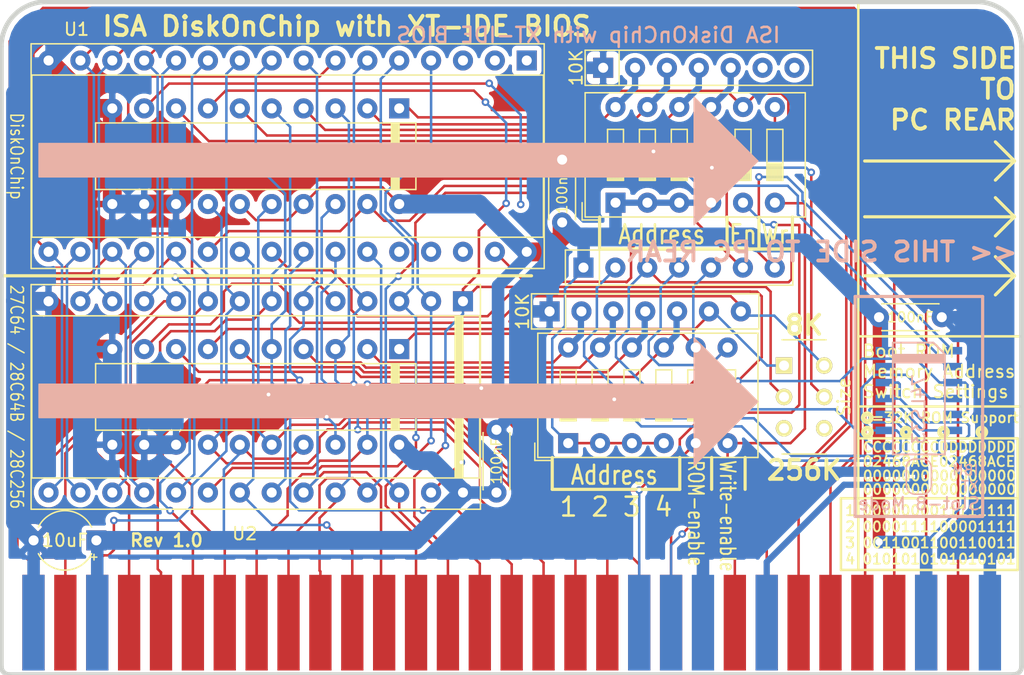
<source format=kicad_pcb>
(kicad_pcb (version 20171130) (host pcbnew "(5.1.6-0)")
  (title_block (title "ISA DoubleROM") (date 2019-07-14) (company "Monotech PCs"))
  (layers (0 Front signal) (31 Back signal) (36 B.SilkS user) (37 F.SilkS user) (38 B.Mask user) (39 F.Mask user) (44 Edge.Cuts user hide))
  (net 0 "")
  (net 1 /A0)
  (net 2 /A1)
  (net 3 /A10)
  (net 4 /A11)
  (net 5 /A12)
  (net 6 /A13)
  (net 7 /A14)
  (net 8 /A15)
  (net 9 /A16)
  (net 10 /A17)
  (net 11 /A18)
  (net 12 /A19)
  (net 13 /A2)
  (net 14 /A3)
  (net 15 /A4)
  (net 16 /A5)
  (net 17 /A6)
  (net 18 /A7)
  (net 19 /A8)
  (net 20 /A9)
  (net 21 /AEN)
  (net 22 /D0)
  (net 23 /D1)
  (net 24 /D2)
  (net 25 /D3)
  (net 26 /D4)
  (net 27 /D5)
  (net 28 /D6)
  (net 29 /D7)
  (net 30 /~MEMR)
  (net 31 /~MEMW)
  (net 32 GND)
  (net 33 VCC)
  (net 34 "Net-(RN1-Pad5)")
  (net 35 "Net-(RN1-Pad4)")
  (net 36 "Net-(RN1-Pad3)")
  (net 37 "Net-(RN1-Pad2)")
  (net 38 "Net-(RN1-Pad7)")
  (net 39 "Net-(RN2-Pad7)")
  (net 40 /CARDSEL)
  (net 41 "Net-(JP1-Pad1)")
  (net 42 "Net-(RN2-Pad2)")
  (net 43 "Net-(RN2-Pad3)")
  (net 44 "Net-(RN2-Pad4)")
  (net 45 "Net-(RN2-Pad5)")
  (net 46 "Net-(RN2-Pad6)")
  (net 47 /CARDSEL2)
  (net 48 /CARDSEL1)
  (net 49 /~ROMW2)
  (net 50 /AEN2)
  (net 51 /~ROMW1)
  (net 52 /AEN1)
  (net 53 /~ROMCS1)
  (net 54 /~ROMCS2)
  (net 55 "Net-(RN1-Pad6)")
  (net 56 "Net-(SW4-Pad6)")
  (net 57 "Net-(SW4-Pad3)")
  (net 58 "Net-(U5-Pad13)")
  (module Button_Switch_THT:SW_DIP_SPSTx06_Slide_9.78x17.42mm_W7.62mm_P2.54mm (layer Front) (at 229.322 130.449 90)
    (fp_text reference SW1)
    (fp_text value "ROM 1 Config")
    (pad 12 thru_hole oval (at 7.62 0 90) (size 1.6 1.6) (drill 0.8) (layers *.Cu *.Mask) (net 37 "Net-(RN1-Pad2)"))
    (pad 6 thru_hole oval (at 0 12.7 90) (size 1.6 1.6) (drill 0.8) (layers *.Cu *.Mask) (net 31 /~MEMW))
    (pad 11 thru_hole oval (at 7.62 2.54 90) (size 1.6 1.6) (drill 0.8) (layers *.Cu *.Mask) (net 36 "Net-(RN1-Pad3)"))
    (pad 5 thru_hole oval (at 0 10.16 90) (size 1.6 1.6) (drill 0.8) (layers *.Cu *.Mask) (net 21 /AEN))
    (pad 10 thru_hole oval (at 7.62 5.08 90) (size 1.6 1.6) (drill 0.8) (layers *.Cu *.Mask) (net 35 "Net-(RN1-Pad4)"))
    (pad 4 thru_hole oval (at 0 7.62 90) (size 1.6 1.6) (drill 0.8) (layers *.Cu *.Mask) (net 33 VCC))
    (pad 9 thru_hole oval (at 7.62 7.62 90) (size 1.6 1.6) (drill 0.8) (layers *.Cu *.Mask) (net 34 "Net-(RN1-Pad5)"))
    (pad 3 thru_hole oval (at 0 5.08 90) (size 1.6 1.6) (drill 0.8) (layers *.Cu *.Mask) (net 33 VCC))
    (pad 8 thru_hole oval (at 7.62 10.16 90) (size 1.6 1.6) (drill 0.8) (layers *.Cu *.Mask) (net 52 /AEN1))
    (pad 2 thru_hole oval (at 0 2.54 90) (size 1.6 1.6) (drill 0.8) (layers *.Cu *.Mask) (net 33 VCC))
    (pad 7 thru_hole oval (at 7.62 12.7 90) (size 1.6 1.6) (drill 0.8) (layers *.Cu *.Mask) (net 51 /~ROMW1))
    (pad 1 thru_hole rect (at 0 0 90) (size 1.6 1.6) (drill 0.8) (layers *.Cu *.Mask) (net 33 VCC))
  )
  (module Package_DIP:DIP-32_W15.24mm_Socket (layer Front) (at 222.25 119.12 270)
    (fp_text reference U1 (at -2.49 35.87) (layer F.SilkS))
    (fp_text value "ROM 1")
    (pad 32 thru_hole oval (at 15.24 0 270) (size 1.6 1.6) (drill 0.8) (layers *.Cu *.Mask) (net 33 VCC))
    (pad 16 thru_hole oval (at 0 38.1 270) (size 1.6 1.6) (drill 0.8) (layers *.Cu *.Mask) (net 32 GND))
    (pad 31 thru_hole oval (at 15.24 2.54 270) (size 1.6 1.6) (drill 0.8) (layers *.Cu *.Mask) (net 51 /~ROMW1))
    (pad 15 thru_hole oval (at 0 35.56 270) (size 1.6 1.6) (drill 0.8) (layers *.Cu *.Mask) (net 24 /D2))
    (pad 30 thru_hole oval (at 15.24 5.08 270) (size 1.6 1.6) (drill 0.8) (layers *.Cu *.Mask))
    (pad 14 thru_hole oval (at 0 33.02 270) (size 1.6 1.6) (drill 0.8) (layers *.Cu *.Mask) (net 23 /D1))
    (pad 29 thru_hole oval (at 15.24 7.62 270) (size 1.6 1.6) (drill 0.8) (layers *.Cu *.Mask))
    (pad 13 thru_hole oval (at 0 30.48 270) (size 1.6 1.6) (drill 0.8) (layers *.Cu *.Mask) (net 22 /D0))
    (pad 28 thru_hole oval (at 15.24 10.16 270) (size 1.6 1.6) (drill 0.8) (layers *.Cu *.Mask))
    (pad 12 thru_hole oval (at 0 27.94 270) (size 1.6 1.6) (drill 0.8) (layers *.Cu *.Mask) (net 1 /A0))
    (pad 27 thru_hole oval (at 15.24 12.7 270) (size 1.6 1.6) (drill 0.8) (layers *.Cu *.Mask) (net 19 /A8))
    (pad 11 thru_hole oval (at 0 25.4 270) (size 1.6 1.6) (drill 0.8) (layers *.Cu *.Mask) (net 2 /A1))
    (pad 26 thru_hole oval (at 15.24 15.24 270) (size 1.6 1.6) (drill 0.8) (layers *.Cu *.Mask) (net 20 /A9))
    (pad 10 thru_hole oval (at 0 22.86 270) (size 1.6 1.6) (drill 0.8) (layers *.Cu *.Mask) (net 13 /A2))
    (pad 25 thru_hole oval (at 15.24 17.78 270) (size 1.6 1.6) (drill 0.8) (layers *.Cu *.Mask) (net 4 /A11))
    (pad 9 thru_hole oval (at 0 20.32 270) (size 1.6 1.6) (drill 0.8) (layers *.Cu *.Mask) (net 14 /A3))
    (pad 24 thru_hole oval (at 15.24 20.32 270) (size 1.6 1.6) (drill 0.8) (layers *.Cu *.Mask) (net 30 /~MEMR))
    (pad 8 thru_hole oval (at 0 17.78 270) (size 1.6 1.6) (drill 0.8) (layers *.Cu *.Mask) (net 15 /A4))
    (pad 23 thru_hole oval (at 15.24 22.86 270) (size 1.6 1.6) (drill 0.8) (layers *.Cu *.Mask) (net 3 /A10))
    (pad 7 thru_hole oval (at 0 15.24 270) (size 1.6 1.6) (drill 0.8) (layers *.Cu *.Mask) (net 16 /A5))
    (pad 22 thru_hole oval (at 15.24 25.4 270) (size 1.6 1.6) (drill 0.8) (layers *.Cu *.Mask) (net 53 /~ROMCS1))
    (pad 6 thru_hole oval (at 0 12.7 270) (size 1.6 1.6) (drill 0.8) (layers *.Cu *.Mask) (net 17 /A6))
    (pad 21 thru_hole oval (at 15.24 27.94 270) (size 1.6 1.6) (drill 0.8) (layers *.Cu *.Mask) (net 29 /D7))
    (pad 5 thru_hole oval (at 0 10.16 270) (size 1.6 1.6) (drill 0.8) (layers *.Cu *.Mask) (net 18 /A7))
    (pad 20 thru_hole oval (at 15.24 30.48 270) (size 1.6 1.6) (drill 0.8) (layers *.Cu *.Mask) (net 28 /D6))
    (pad 4 thru_hole oval (at 0 7.62 270) (size 1.6 1.6) (drill 0.8) (layers *.Cu *.Mask) (net 5 /A12))
    (pad 19 thru_hole oval (at 15.24 33.02 270) (size 1.6 1.6) (drill 0.8) (layers *.Cu *.Mask) (net 27 /D5))
    (pad 3 thru_hole oval (at 0 5.08 270) (size 1.6 1.6) (drill 0.8) (layers *.Cu *.Mask))
    (pad 18 thru_hole oval (at 15.24 35.56 270) (size 1.6 1.6) (drill 0.8) (layers *.Cu *.Mask) (net 26 /D4))
    (pad 2 thru_hole oval (at 0 2.54 270) (size 1.6 1.6) (drill 0.8) (layers *.Cu *.Mask))
    (pad 17 thru_hole oval (at 15.24 38.1 270) (size 1.6 1.6) (drill 0.8) (layers *.Cu *.Mask) (net 25 /D3))
    (pad 1 thru_hole rect (at 0 0 270) (size 1.6 1.6) (drill 0.8) (layers *.Cu *.Mask))
  )
  (module Custom:Conn_Bus_ISA8 (layer Front) (at 221.05 163.908)
    (fp_text reference J1 hide)
    (fp_text value Bus_ISA_8bit hide)
    (pad 8 connect rect (at 20.32 0) (size 1.778 7.62) (layers Back B.Mask) (net 40 /CARDSEL))
    (pad 62 connect rect (at -38.1 0) (size 1.778 7.62) (layers Front F.Mask) (net 1 /A0))
    (pad 61 connect rect (at -35.56 0) (size 1.778 7.62) (layers Front F.Mask) (net 2 /A1))
    (pad 60 connect rect (at -33.02 0) (size 1.778 7.62) (layers Front F.Mask) (net 13 /A2))
    (pad 59 connect rect (at -30.48 0) (size 1.778 7.62) (layers Front F.Mask) (net 14 /A3))
    (pad 58 connect rect (at -27.94 0) (size 1.778 7.62) (layers Front F.Mask) (net 15 /A4))
    (pad 57 connect rect (at -25.4 0) (size 1.778 7.62) (layers Front F.Mask) (net 16 /A5))
    (pad 56 connect rect (at -22.86 0) (size 1.778 7.62) (layers Front F.Mask) (net 17 /A6))
    (pad 55 connect rect (at -20.32 0) (size 1.778 7.62) (layers Front F.Mask) (net 18 /A7))
    (pad 54 connect rect (at -17.78 0) (size 1.778 7.62) (layers Front F.Mask) (net 19 /A8))
    (pad 53 connect rect (at -15.24 0) (size 1.778 7.62) (layers Front F.Mask) (net 20 /A9))
    (pad 52 connect rect (at -12.7 0) (size 1.778 7.62) (layers Front F.Mask) (net 3 /A10))
    (pad 51 connect rect (at -10.16 0) (size 1.778 7.62) (layers Front F.Mask) (net 4 /A11))
    (pad 50 connect rect (at -7.62 0) (size 1.778 7.62) (layers Front F.Mask) (net 5 /A12))
    (pad 49 connect rect (at -5.08 0) (size 1.778 7.62) (layers Front F.Mask) (net 6 /A13))
    (pad 48 connect rect (at -2.54 0) (size 1.778 7.62) (layers Front F.Mask) (net 7 /A14))
    (pad 47 connect rect (at 0 0) (size 1.778 7.62) (layers Front F.Mask) (net 8 /A15))
    (pad 46 connect rect (at 2.54 0) (size 1.778 7.62) (layers Front F.Mask) (net 9 /A16))
    (pad 45 connect rect (at 5.08 0) (size 1.778 7.62) (layers Front F.Mask) (net 10 /A17))
    (pad 44 connect rect (at 7.62 0) (size 1.778 7.62) (layers Front F.Mask) (net 11 /A18))
    (pad 43 connect rect (at 10.16 0) (size 1.778 7.62) (layers Front F.Mask) (net 12 /A19))
    (pad 42 connect rect (at 12.7 0) (size 1.778 7.62) (layers Front F.Mask) (net 21 /AEN))
    (pad 40 connect rect (at 17.78 0) (size 1.778 7.62) (layers Front F.Mask) (net 22 /D0))
    (pad 39 connect rect (at 20.32 0) (size 1.778 7.62) (layers Front F.Mask) (net 23 /D1))
    (pad 38 connect rect (at 22.86 0) (size 1.778 7.62) (layers Front F.Mask) (net 24 /D2))
    (pad 37 connect rect (at 25.4 0) (size 1.778 7.62) (layers Front F.Mask) (net 25 /D3))
    (pad 36 connect rect (at 27.94 0) (size 1.778 7.62) (layers Front F.Mask) (net 26 /D4))
    (pad 35 connect rect (at 30.48 0) (size 1.778 7.62) (layers Front F.Mask) (net 27 /D5))
    (pad 34 connect rect (at 33.02 0) (size 1.778 7.62) (layers Front F.Mask) (net 28 /D6))
    (pad 33 connect rect (at 35.56 0) (size 1.778 7.62) (layers Front F.Mask) (net 29 /D7))
    (pad 31 connect rect (at -38.1 0) (size 1.778 7.62) (layers Back B.Mask) (net 32 GND))
    (pad 29 connect rect (at -33.02 0) (size 1.778 7.62) (layers Back B.Mask) (net 33 VCC))
    (pad 12 connect rect (at 10.16 0) (size 1.778 7.62) (layers Back B.Mask) (net 30 /~MEMR))
    (pad 11 connect rect (at 12.7 0) (size 1.778 7.62) (layers Back B.Mask) (net 31 /~MEMW))
    (pad 10 connect rect (at 15.24 0) (size 1.778 7.62) (layers Back B.Mask) (net 32 GND))
    (pad 3 connect rect (at 33.02 0) (size 1.778 7.62) (layers Back B.Mask) (net 33 VCC))
    (pad 1 connect rect (at 38.1 0) (size 1.778 7.62) (layers Back B.Mask) (net 32 GND))
  )
  (module Capacitor_THT:CP_Radial_Tantal_D4.5mm_P5.00mm (layer Front) (at 187.96 157.353 180)
    (fp_text reference C1)
    (fp_text value 10uF (at 2.5 0 180) (layer F.SilkS))
    (pad 1 thru_hole rect (at 0 0 180) (size 1.6 1.6) (drill 0.8) (layers *.Cu *.Mask) (net 33 VCC))
    (pad 2 thru_hole circle (at 5 0 180) (size 1.6 1.6) (drill 0.8) (layers *.Cu *.Mask) (net 32 GND))
  )
  (module Capacitor_THT:C_Disc_D4.3mm_W1.9mm_P5.00mm (layer Front) (at 219.837 153.543 90)
    (fp_text reference C2)
    (fp_text value 100nF (at 2.5 0 90) (layer F.SilkS) (effects (font (size 0.8 0.8) (thickness 0.12))))
    (pad 1 thru_hole circle (at 0 0 90) (size 1.6 1.6) (drill 0.8) (layers *.Cu *.Mask) (net 33 VCC))
    (pad 2 thru_hole circle (at 5 0 90) (size 1.6 1.6) (drill 0.8) (layers *.Cu *.Mask) (net 32 GND))
  )
  (module Capacitor_THT:C_Disc_D4.3mm_W1.9mm_P5.00mm (layer Front) (at 225.07 132.02 90)
    (fp_text reference C3)
    (fp_text value 100nF (at 2.5 0 90) (layer F.SilkS) (effects (font (size 0.8 0.8) (thickness 0.12))))
    (pad 2 thru_hole circle (at 5 0 90) (size 1.6 1.6) (drill 0.8) (layers *.Cu *.Mask) (net 32 GND))
    (pad 1 thru_hole circle (at 0 0 90) (size 1.6 1.6) (drill 0.8) (layers *.Cu *.Mask) (net 33 VCC))
  )
  (module Jumper:SolderJumper-2_P1.3mm_Bridged_RoundedPad1.0x1.5mm (layer Back) (at 253.492 152.273 270)
    (fp_text reference JP1)
    (fp_text value "Slot-8 Mode" (at 2.159 0) (layer B.SilkS) (effects (justify mirror)))
    (fp_poly (pts (xy 0.25 0.3) (xy -0.25 0.3) (xy -0.25 -0.3) (xy 0.25 -0.3)) (layer Back) (width 0))
    (pad 2 smd custom (at 0.65 0 270) (size 1 0.5) (layers Back B.Mask) (net 40 /CARDSEL) (options (clearance outline) (anchor rect)) (primitives (gr_circle (center 0 -0.25) (end 0.5 -0.25) (width 0)) (gr_circle (center 0 0.25) (end 0.5 0.25) (width 0)) (gr_poly (pts (xy 0 0.75) (xy -0.5 0.75) (xy -0.5 -0.75) (xy 0 -0.75)) (width 0))))
    (pad 1 smd custom (at -0.65 0 270) (size 1 0.5) (layers Back B.Mask) (net 41 "Net-(JP1-Pad1)") (options (clearance outline) (anchor rect)) (primitives (gr_circle (center 0 -0.25) (end 0.5 -0.25) (width 0)) (gr_circle (center 0 0.25) (end 0.5 0.25) (width 0)) (gr_poly (pts (xy 0 0.75) (xy 0.5 0.75) (xy 0.5 -0.75) (xy 0 -0.75)) (width 0))))
  )
  (module Resistor_THT:R_Array_SIP7 (layer Front) (at 228.34 119.7)
    (fp_text reference RN1)
    (fp_text value 10K (at -2.159 0 90) (layer F.SilkS))
    (pad 7 thru_hole oval (at 15.24 0) (size 1.6 1.6) (drill 0.8) (layers *.Cu *.Mask) (net 38 "Net-(RN1-Pad7)"))
    (pad 6 thru_hole oval (at 12.7 0) (size 1.6 1.6) (drill 0.8) (layers *.Cu *.Mask) (net 55 "Net-(RN1-Pad6)"))
    (pad 5 thru_hole oval (at 10.16 0) (size 1.6 1.6) (drill 0.8) (layers *.Cu *.Mask) (net 34 "Net-(RN1-Pad5)"))
    (pad 4 thru_hole oval (at 7.62 0) (size 1.6 1.6) (drill 0.8) (layers *.Cu *.Mask) (net 35 "Net-(RN1-Pad4)"))
    (pad 3 thru_hole oval (at 5.08 0) (size 1.6 1.6) (drill 0.8) (layers *.Cu *.Mask) (net 36 "Net-(RN1-Pad3)"))
    (pad 2 thru_hole oval (at 2.54 0) (size 1.6 1.6) (drill 0.8) (layers *.Cu *.Mask) (net 37 "Net-(RN1-Pad2)"))
    (pad 1 thru_hole rect (at 0 0) (size 1.6 1.6) (drill 0.8) (layers *.Cu *.Mask) (net 32 GND))
  )
  (module Resistor_THT:R_Array_SIP7 (layer Front) (at 224.07 139.11)
    (fp_text reference RN2)
    (fp_text value 10K (at -2.159 0 90) (layer F.SilkS))
    (pad 1 thru_hole rect (at 0 0) (size 1.6 1.6) (drill 0.8) (layers *.Cu *.Mask) (net 32 GND))
    (pad 2 thru_hole oval (at 2.54 0) (size 1.6 1.6) (drill 0.8) (layers *.Cu *.Mask) (net 42 "Net-(RN2-Pad2)"))
    (pad 3 thru_hole oval (at 5.08 0) (size 1.6 1.6) (drill 0.8) (layers *.Cu *.Mask) (net 43 "Net-(RN2-Pad3)"))
    (pad 4 thru_hole oval (at 7.62 0) (size 1.6 1.6) (drill 0.8) (layers *.Cu *.Mask) (net 44 "Net-(RN2-Pad4)"))
    (pad 5 thru_hole oval (at 10.16 0) (size 1.6 1.6) (drill 0.8) (layers *.Cu *.Mask) (net 45 "Net-(RN2-Pad5)"))
    (pad 6 thru_hole oval (at 12.7 0) (size 1.6 1.6) (drill 0.8) (layers *.Cu *.Mask) (net 46 "Net-(RN2-Pad6)"))
    (pad 7 thru_hole oval (at 15.24 0) (size 1.6 1.6) (drill 0.8) (layers *.Cu *.Mask) (net 39 "Net-(RN2-Pad7)"))
  )
  (module Resistor_THT:R_Array_SIP7 (layer Front) (at 226.77 135.62)
    (fp_text reference RN3)
    (fp_text value 10K)
    (pad 1 thru_hole rect (at 0 0) (size 1.6 1.6) (drill 0.8) (layers *.Cu *.Mask) (net 33 VCC))
    (pad 2 thru_hole oval (at 2.54 0) (size 1.6 1.6) (drill 0.8) (layers *.Cu *.Mask) (net 47 /CARDSEL2))
    (pad 3 thru_hole oval (at 5.08 0) (size 1.6 1.6) (drill 0.8) (layers *.Cu *.Mask) (net 48 /CARDSEL1))
    (pad 4 thru_hole oval (at 7.62 0) (size 1.6 1.6) (drill 0.8) (layers *.Cu *.Mask) (net 49 /~ROMW2))
    (pad 5 thru_hole oval (at 10.16 0) (size 1.6 1.6) (drill 0.8) (layers *.Cu *.Mask) (net 50 /AEN2))
    (pad 6 thru_hole oval (at 12.7 0) (size 1.6 1.6) (drill 0.8) (layers *.Cu *.Mask) (net 51 /~ROMW1))
    (pad 7 thru_hole oval (at 15.24 0) (size 1.6 1.6) (drill 0.8) (layers *.Cu *.Mask) (net 52 /AEN1))
  )
  (module Button_Switch_THT:SW_DIP_SPSTx06_Slide_9.78x17.42mm_W7.62mm_P2.54mm (layer Front) (at 225.552 149.606 90)
    (fp_text reference SW2)
    (fp_text value "ROM 2 Config")
    (pad 1 thru_hole rect (at 0 0 90) (size 1.6 1.6) (drill 0.8) (layers *.Cu *.Mask) (net 33 VCC))
    (pad 7 thru_hole oval (at 7.62 12.7 90) (size 1.6 1.6) (drill 0.8) (layers *.Cu *.Mask) (net 49 /~ROMW2))
    (pad 2 thru_hole oval (at 0 2.54 90) (size 1.6 1.6) (drill 0.8) (layers *.Cu *.Mask) (net 33 VCC))
    (pad 8 thru_hole oval (at 7.62 10.16 90) (size 1.6 1.6) (drill 0.8) (layers *.Cu *.Mask) (net 50 /AEN2))
    (pad 3 thru_hole oval (at 0 5.08 90) (size 1.6 1.6) (drill 0.8) (layers *.Cu *.Mask) (net 33 VCC))
    (pad 9 thru_hole oval (at 7.62 7.62 90) (size 1.6 1.6) (drill 0.8) (layers *.Cu *.Mask) (net 45 "Net-(RN2-Pad5)"))
    (pad 4 thru_hole oval (at 0 7.62 90) (size 1.6 1.6) (drill 0.8) (layers *.Cu *.Mask) (net 33 VCC))
    (pad 10 thru_hole oval (at 7.62 5.08 90) (size 1.6 1.6) (drill 0.8) (layers *.Cu *.Mask) (net 44 "Net-(RN2-Pad4)"))
    (pad 5 thru_hole oval (at 0 10.16 90) (size 1.6 1.6) (drill 0.8) (layers *.Cu *.Mask) (net 21 /AEN))
    (pad 11 thru_hole oval (at 7.62 2.54 90) (size 1.6 1.6) (drill 0.8) (layers *.Cu *.Mask) (net 43 "Net-(RN2-Pad3)"))
    (pad 6 thru_hole oval (at 0 12.7 90) (size 1.6 1.6) (drill 0.8) (layers *.Cu *.Mask) (net 31 /~MEMW))
    (pad 12 thru_hole oval (at 7.62 0 90) (size 1.6 1.6) (drill 0.8) (layers *.Cu *.Mask) (net 42 "Net-(RN2-Pad2)"))
  )
  (module "Monotech Obscure KiCad Library:SW_MS-22D18G2" (layer Front) (at 244.348 145.923)
    (fp_text reference SW4)
    (fp_text value Size (at 3.175 0 90) (layer F.SilkS))
    (pad 6 thru_hole circle (at 1.6 2.5) (size 1.308 1.308) (drill 0.8) (layers *.Cu *.Mask F.SilkS) (net 56 "Net-(SW4-Pad6)"))
    (pad 5 thru_hole circle (at 1.6 0) (size 1.308 1.308) (drill 0.8) (layers *.Cu *.Mask F.SilkS) (net 6 /A13))
    (pad 4 thru_hole circle (at 1.6 -2.5) (size 1.308 1.308) (drill 0.8) (layers *.Cu *.Mask F.SilkS) (net 39 "Net-(RN2-Pad7)"))
    (pad 3 thru_hole circle (at -1.6 2.5) (size 1.308 1.308) (drill 0.8) (layers *.Cu *.Mask F.SilkS) (net 57 "Net-(SW4-Pad3)"))
    (pad 2 thru_hole circle (at -1.6 0) (size 1.308 1.308) (drill 0.8) (layers *.Cu *.Mask F.SilkS) (net 7 /A14))
    (pad 1 thru_hole rect (at -1.6 -2.5) (size 1.308 1.308) (drill 0.8) (layers *.Cu *.Mask F.SilkS) (net 46 "Net-(RN2-Pad6)"))
  )
  (module "Custom KiCad Library:DIP-28_W15.24mm_Socket" (layer Front) (at 217.17 138.303 270)
    (fp_text reference U2 (at 18.517 17.39 180) (layer F.SilkS))
    (fp_text value "ROM 2")
    (pad 28 thru_hole oval (at 15.24 0 270) (size 1.6 1.6) (drill 0.8) (layers *.Cu *.Mask) (net 33 VCC))
    (pad 14 thru_hole oval (at 0 33.02 270) (size 1.6 1.6) (drill 0.8) (layers *.Cu *.Mask) (net 32 GND))
    (pad 27 thru_hole oval (at 15.24 2.54 270) (size 1.6 1.6) (drill 0.8) (layers *.Cu *.Mask) (net 49 /~ROMW2))
    (pad 13 thru_hole oval (at 0 30.48 270) (size 1.6 1.6) (drill 0.8) (layers *.Cu *.Mask) (net 24 /D2))
    (pad 26 thru_hole oval (at 15.24 5.08 270) (size 1.6 1.6) (drill 0.8) (layers *.Cu *.Mask) (net 6 /A13))
    (pad 12 thru_hole oval (at 0 27.94 270) (size 1.6 1.6) (drill 0.8) (layers *.Cu *.Mask) (net 23 /D1))
    (pad 25 thru_hole oval (at 15.24 7.62 270) (size 1.6 1.6) (drill 0.8) (layers *.Cu *.Mask) (net 19 /A8))
    (pad 11 thru_hole oval (at 0 25.4 270) (size 1.6 1.6) (drill 0.8) (layers *.Cu *.Mask) (net 22 /D0))
    (pad 24 thru_hole oval (at 15.24 10.16 270) (size 1.6 1.6) (drill 0.8) (layers *.Cu *.Mask) (net 20 /A9))
    (pad 10 thru_hole oval (at 0 22.86 270) (size 1.6 1.6) (drill 0.8) (layers *.Cu *.Mask) (net 1 /A0))
    (pad 23 thru_hole oval (at 15.24 12.7 270) (size 1.6 1.6) (drill 0.8) (layers *.Cu *.Mask) (net 4 /A11))
    (pad 9 thru_hole oval (at 0 20.32 270) (size 1.6 1.6) (drill 0.8) (layers *.Cu *.Mask) (net 2 /A1))
    (pad 22 thru_hole oval (at 15.24 15.24 270) (size 1.6 1.6) (drill 0.8) (layers *.Cu *.Mask) (net 30 /~MEMR))
    (pad 8 thru_hole oval (at 0 17.78 270) (size 1.6 1.6) (drill 0.8) (layers *.Cu *.Mask) (net 13 /A2))
    (pad 21 thru_hole oval (at 15.24 17.78 270) (size 1.6 1.6) (drill 0.8) (layers *.Cu *.Mask) (net 3 /A10))
    (pad 7 thru_hole oval (at 0 15.24 270) (size 1.6 1.6) (drill 0.8) (layers *.Cu *.Mask) (net 14 /A3))
    (pad 20 thru_hole oval (at 15.24 20.32 270) (size 1.6 1.6) (drill 0.8) (layers *.Cu *.Mask) (net 54 /~ROMCS2))
    (pad 6 thru_hole oval (at 0 12.7 270) (size 1.6 1.6) (drill 0.8) (layers *.Cu *.Mask) (net 15 /A4))
    (pad 19 thru_hole oval (at 15.24 22.86 270) (size 1.6 1.6) (drill 0.8) (layers *.Cu *.Mask) (net 29 /D7))
    (pad 5 thru_hole oval (at 0 10.16 270) (size 1.6 1.6) (drill 0.8) (layers *.Cu *.Mask) (net 16 /A5))
    (pad 18 thru_hole oval (at 15.24 25.4 270) (size 1.6 1.6) (drill 0.8) (layers *.Cu *.Mask) (net 28 /D6))
    (pad 4 thru_hole oval (at 0 7.62 270) (size 1.6 1.6) (drill 0.8) (layers *.Cu *.Mask) (net 17 /A6))
    (pad 17 thru_hole oval (at 15.24 27.94 270) (size 1.6 1.6) (drill 0.8) (layers *.Cu *.Mask) (net 27 /D5))
    (pad 3 thru_hole oval (at 0 5.08 270) (size 1.6 1.6) (drill 0.8) (layers *.Cu *.Mask) (net 18 /A7))
    (pad 16 thru_hole oval (at 15.24 30.48 270) (size 1.6 1.6) (drill 0.8) (layers *.Cu *.Mask) (net 26 /D4))
    (pad 2 thru_hole oval (at 0 2.54 270) (size 1.6 1.6) (drill 0.8) (layers *.Cu *.Mask) (net 5 /A12))
    (pad 15 thru_hole oval (at 15.24 33.02 270) (size 1.6 1.6) (drill 0.8) (layers *.Cu *.Mask) (net 25 /D3))
    (pad 1 thru_hole rect (at 0 0 270) (size 1.6 1.6) (drill 0.8) (layers *.Cu *.Mask) (net 7 /A14))
  )
  (module "Custom KiCad Library:DIP-20_W7.62mm" (layer Front) (at 212.09 122.936 270)
    (fp_text reference U3)
    (fp_text value 74LS688 (at 3.81 11.4935) (layer F.SilkS))
    (pad 20 thru_hole oval (at 7.62 0 270) (size 1.6 1.6) (drill 0.8) (layers *.Cu *.Mask) (net 33 VCC))
    (pad 10 thru_hole oval (at 0 22.86 270) (size 1.6 1.6) (drill 0.8) (layers *.Cu *.Mask) (net 32 GND))
    (pad 19 thru_hole oval (at 7.62 2.54 270) (size 1.6 1.6) (drill 0.8) (layers *.Cu *.Mask) (net 53 /~ROMCS1))
    (pad 9 thru_hole oval (at 0 20.32 270) (size 1.6 1.6) (drill 0.8) (layers *.Cu *.Mask) (net 6 /A13))
    (pad 18 thru_hole oval (at 7.62 5.08 270) (size 1.6 1.6) (drill 0.8) (layers *.Cu *.Mask) (net 12 /A19))
    (pad 8 thru_hole oval (at 0 17.78 270) (size 1.6 1.6) (drill 0.8) (layers *.Cu *.Mask) (net 34 "Net-(RN1-Pad5)"))
    (pad 17 thru_hole oval (at 7.62 7.62 270) (size 1.6 1.6) (drill 0.8) (layers *.Cu *.Mask) (net 33 VCC))
    (pad 7 thru_hole oval (at 0 15.24 270) (size 1.6 1.6) (drill 0.8) (layers *.Cu *.Mask) (net 7 /A14))
    (pad 16 thru_hole oval (at 7.62 10.16 270) (size 1.6 1.6) (drill 0.8) (layers *.Cu *.Mask) (net 11 /A18))
    (pad 6 thru_hole oval (at 0 12.7 270) (size 1.6 1.6) (drill 0.8) (layers *.Cu *.Mask) (net 35 "Net-(RN1-Pad4)"))
    (pad 15 thru_hole oval (at 7.62 12.7 270) (size 1.6 1.6) (drill 0.8) (layers *.Cu *.Mask) (net 33 VCC))
    (pad 5 thru_hole oval (at 0 10.16 270) (size 1.6 1.6) (drill 0.8) (layers *.Cu *.Mask) (net 8 /A15))
    (pad 14 thru_hole oval (at 7.62 15.24 270) (size 1.6 1.6) (drill 0.8) (layers *.Cu *.Mask) (net 10 /A17))
    (pad 4 thru_hole oval (at 0 7.62 270) (size 1.6 1.6) (drill 0.8) (layers *.Cu *.Mask) (net 36 "Net-(RN1-Pad3)"))
    (pad 13 thru_hole oval (at 7.62 17.78 270) (size 1.6 1.6) (drill 0.8) (layers *.Cu *.Mask) (net 32 GND))
    (pad 3 thru_hole oval (at 0 5.08 270) (size 1.6 1.6) (drill 0.8) (layers *.Cu *.Mask) (net 9 /A16))
    (pad 12 thru_hole oval (at 7.62 20.32 270) (size 1.6 1.6) (drill 0.8) (layers *.Cu *.Mask) (net 32 GND))
    (pad 2 thru_hole oval (at 0 2.54 270) (size 1.6 1.6) (drill 0.8) (layers *.Cu *.Mask) (net 37 "Net-(RN1-Pad2)"))
    (pad 11 thru_hole oval (at 7.62 22.86 270) (size 1.6 1.6) (drill 0.8) (layers *.Cu *.Mask) (net 32 GND))
    (pad 1 thru_hole rect (at 0 0 270) (size 1.6 1.6) (drill 0.8) (layers *.Cu *.Mask) (net 52 /AEN1))
  )
  (module "Custom KiCad Library:DIP-20_W7.62mm" (layer Front) (at 212.09 142.113 270)
    (fp_text reference U4)
    (fp_text value 74LS688 (at 3.81 11.4935) (layer F.SilkS))
    (pad 1 thru_hole rect (at 0 0 270) (size 1.6 1.6) (drill 0.8) (layers *.Cu *.Mask) (net 50 /AEN2))
    (pad 11 thru_hole oval (at 7.62 22.86 270) (size 1.6 1.6) (drill 0.8) (layers *.Cu *.Mask) (net 32 GND))
    (pad 2 thru_hole oval (at 0 2.54 270) (size 1.6 1.6) (drill 0.8) (layers *.Cu *.Mask) (net 42 "Net-(RN2-Pad2)"))
    (pad 12 thru_hole oval (at 7.62 20.32 270) (size 1.6 1.6) (drill 0.8) (layers *.Cu *.Mask) (net 32 GND))
    (pad 3 thru_hole oval (at 0 5.08 270) (size 1.6 1.6) (drill 0.8) (layers *.Cu *.Mask) (net 9 /A16))
    (pad 13 thru_hole oval (at 7.62 17.78 270) (size 1.6 1.6) (drill 0.8) (layers *.Cu *.Mask) (net 32 GND))
    (pad 4 thru_hole oval (at 0 7.62 270) (size 1.6 1.6) (drill 0.8) (layers *.Cu *.Mask) (net 43 "Net-(RN2-Pad3)"))
    (pad 14 thru_hole oval (at 7.62 15.24 270) (size 1.6 1.6) (drill 0.8) (layers *.Cu *.Mask) (net 10 /A17))
    (pad 5 thru_hole oval (at 0 10.16 270) (size 1.6 1.6) (drill 0.8) (layers *.Cu *.Mask) (net 8 /A15))
    (pad 15 thru_hole oval (at 7.62 12.7 270) (size 1.6 1.6) (drill 0.8) (layers *.Cu *.Mask) (net 33 VCC))
    (pad 6 thru_hole oval (at 0 12.7 270) (size 1.6 1.6) (drill 0.8) (layers *.Cu *.Mask) (net 44 "Net-(RN2-Pad4)"))
    (pad 16 thru_hole oval (at 7.62 10.16 270) (size 1.6 1.6) (drill 0.8) (layers *.Cu *.Mask) (net 11 /A18))
    (pad 7 thru_hole oval (at 0 15.24 270) (size 1.6 1.6) (drill 0.8) (layers *.Cu *.Mask) (net 46 "Net-(RN2-Pad6)"))
    (pad 17 thru_hole oval (at 7.62 7.62 270) (size 1.6 1.6) (drill 0.8) (layers *.Cu *.Mask) (net 33 VCC))
    (pad 8 thru_hole oval (at 0 17.78 270) (size 1.6 1.6) (drill 0.8) (layers *.Cu *.Mask) (net 45 "Net-(RN2-Pad5)"))
    (pad 18 thru_hole oval (at 7.62 5.08 270) (size 1.6 1.6) (drill 0.8) (layers *.Cu *.Mask) (net 12 /A19))
    (pad 9 thru_hole oval (at 0 20.32 270) (size 1.6 1.6) (drill 0.8) (layers *.Cu *.Mask) (net 39 "Net-(RN2-Pad7)"))
    (pad 19 thru_hole oval (at 7.62 2.54 270) (size 1.6 1.6) (drill 0.8) (layers *.Cu *.Mask) (net 54 /~ROMCS2))
    (pad 10 thru_hole oval (at 0 22.86 270) (size 1.6 1.6) (drill 0.8) (layers *.Cu *.Mask) (net 32 GND))
    (pad 20 thru_hole oval (at 7.62 0 270) (size 1.6 1.6) (drill 0.8) (layers *.Cu *.Mask) (net 33 VCC))
  )
  (module "Custom KiCad Library:SOIC-14_3.9x8.7mm_P1.27mm" (layer Back) (at 253.492 146.05 180)
    (fp_text reference U5)
    (fp_text value 74LS33 (at 0 -0.85344 90) (layer B.SilkS) (effects (justify mirror)))
    (pad 1 smd rect (at -2.7 3.81 180) (size 1.5 0.6) (layers Back B.Paste B.Mask) (net 48 /CARDSEL1))
    (pad 2 smd rect (at -2.7 2.54 180) (size 1.5 0.6) (layers Back B.Paste B.Mask) (net 53 /~ROMCS1))
    (pad 3 smd rect (at -2.7 1.27 180) (size 1.5 0.6) (layers Back B.Paste B.Mask) (net 30 /~MEMR))
    (pad 4 smd rect (at -2.7 0 180) (size 1.5 0.6) (layers Back B.Paste B.Mask) (net 47 /CARDSEL2))
    (pad 5 smd rect (at -2.7 -1.27 180) (size 1.5 0.6) (layers Back B.Paste B.Mask) (net 30 /~MEMR))
    (pad 6 smd rect (at -2.7 -2.54 180) (size 1.5 0.6) (layers Back B.Paste B.Mask) (net 54 /~ROMCS2))
    (pad 7 smd rect (at -2.7 -3.81 180) (size 1.5 0.6) (layers Back B.Paste B.Mask) (net 32 GND))
    (pad 8 smd rect (at 2.7 -3.81 180) (size 1.5 0.6) (layers Back B.Paste B.Mask) (net 48 /CARDSEL1))
    (pad 9 smd rect (at 2.7 -2.54 180) (size 1.5 0.6) (layers Back B.Paste B.Mask) (net 47 /CARDSEL2))
    (pad 10 smd rect (at 2.7 -1.27 180) (size 1.5 0.6) (layers Back B.Paste B.Mask) (net 41 "Net-(JP1-Pad1)"))
    (pad 11 smd rect (at 2.7 0 180) (size 1.5 0.6) (layers Back B.Paste B.Mask) (net 33 VCC))
    (pad 12 smd rect (at 2.7 1.27 180) (size 1.5 0.6) (layers Back B.Paste B.Mask) (net 33 VCC))
    (pad 13 smd rect (at 2.7 2.54 180) (size 1.5 0.6) (layers Back B.Paste B.Mask) (net 58 "Net-(U5-Pad13)"))
    (pad 14 smd rect (at 2.7 3.81 180) (size 1.5 0.6) (layers Back B.Paste B.Mask) (net 33 VCC))
  )
  (module Capacitor_THT:C_Disc_D4.3mm_W1.9mm_P5.00mm (layer Front) (at 250.317 139.573)
    (fp_text reference C4)
    (fp_text value 100nF (at 2.5 0) (layer F.SilkS) (effects (font (size 0.8 0.8) (thickness 0.12))))
    (pad 1 thru_hole circle (at 0 0) (size 1.6 1.6) (drill 0.8) (layers *.Cu *.Mask) (net 33 VCC))
    (pad 2 thru_hole circle (at 5 0) (size 1.6 1.6) (drill 0.8) (layers *.Cu *.Mask) (net 32 GND))
  )
  (gr_text "IBM\nXT" (at 258.318 152.4) (layer B.SilkS) (effects (font (size 0.8 0.8) (thickness 0.12)) (justify left mirror)))
  (gr_text Wr (at 242.022 132.989) (layer F.SilkS) (effects (font (size 1.5 1.2) (thickness 0.2))))
  (gr_line (start 248.666 146.685) (end 261.62 146.685) (layer F.SilkS) (width 0.2))
  (gr_line (start 248.666 141.097) (end 261.62 141.097) (layer F.SilkS) (width 0.2))
  (gr_text "ISA DiskOnChip with XT-IDE BIOS" (at 242.57 117.094) (layer B.SilkS) (effects (font (size 1.2 1.2) (thickness 0.2)) (justify left mirror)))
  (gr_text "<< THIS SIDE TO PC REAR" (at 261.493 134.366) (layer B.SilkS) (effects (font (size 1.524 1.524) (thickness 0.3048)) (justify left mirror)))
  (gr_poly (pts (xy 235.585 132.207) (xy 235.585 122.047) (xy 240.665 127.127)) (layer B.SilkS) (width 0.1))
  (gr_poly (pts (xy 183.388 125.73) (xy 235.585 125.73) (xy 235.585 128.397) (xy 183.388 128.397)) (layer B.SilkS) (width 0.1))
  (gr_poly (pts (xy 235.585 151.384) (xy 235.585 141.224) (xy 240.665 146.304)) (layer B.SilkS) (width 0.1))
  (gr_poly (pts (xy 183.388 144.907) (xy 235.585 144.907) (xy 235.585 147.574) (xy 183.388 147.574)) (layer B.SilkS) (width 0.1))
  (gr_line (start 249.174 136.271) (end 261.112 136.271) (layer F.SilkS) (width 0.254))
  (gr_line (start 261.112 136.271) (end 259.588 134.747) (layer F.SilkS) (width 0.254))
  (gr_line (start 261.112 136.271) (end 259.588 137.795) (layer F.SilkS) (width 0.254))
  (gr_line (start 249.174 131.572) (end 261.112 131.572) (layer F.SilkS) (width 0.254))
  (gr_line (start 261.112 131.572) (end 259.588 133.096) (layer F.SilkS) (width 0.254))
  (gr_line (start 261.112 131.572) (end 259.588 130.048) (layer F.SilkS) (width 0.254))
  (gr_line (start 261.112 127.127) (end 259.588 128.651) (layer F.SilkS) (width 0.254))
  (gr_line (start 261.112 127.127) (end 259.588 125.603) (layer F.SilkS) (width 0.254))
  (gr_line (start 249.174 127.127) (end 261.112 127.127) (layer F.SilkS) (width 0.254))
  (gr_text "THIS SIDE\nTO\nPC REAR" (at 261.366 121.412) (layer F.SilkS) (effects (font (size 1.524 1.524) (thickness 0.3048)) (justify right)))
  (gr_text 0000000000000000 (at 248.935 153.289) (layer F.SilkS) (effects (font (size 0.8 0.8)) (justify left)))
  (gr_circle (center 258.5085 148.717) (end 258.5085 148.844) (layer F.SilkS) (width 0.381))
  (gr_line (start 248.666 149.225) (end 261.366 149.225) (layer F.SilkS) (width 0.2))
  (gr_line (start 261.366 149.225) (end 261.366 159.709) (layer F.SilkS) (width 0.2))
  (gr_line (start 248.666 159.639) (end 248.666 149.225) (layer F.SilkS) (width 0.2))
  (gr_text "=32K ROM Support" (at 249.6335 147.5805) (layer F.SilkS) (effects (font (size 0.8 0.8)) (justify left)))
  (gr_text "1 0000000011111111\n2 0000111100001111\n3 0011001100110011\n4 0101010101010101" (at 247.538 156.915) (layer F.SilkS) (effects (font (size 0.8 0.8)) (justify left)))
  (gr_text 0000000000000000 (at 248.935 152.216) (layer F.SilkS) (effects (font (size 0.8 0.8)) (justify left)))
  (gr_text 02468ACE02468ACE (at 248.935 151.073) (layer F.SilkS) (effects (font (size 0.8 0.805)) (justify left)))
  (gr_text CCCCCCCCDDDDDDDD (at 248.935 149.93) (layer F.SilkS) (effects (font (size 0.8 0.76)) (justify left)))
  (gr_line (start 261.366 159.709) (end 247.284 159.709) (layer F.SilkS) (width 0.2))
  (gr_line (start 247.284 159.709) (end 247.284 153.994) (layer F.SilkS) (width 0.2))
  (gr_circle (center 252.476 148.7235) (end 252.476 148.8505) (layer F.SilkS) (width 0.381))
  (gr_line (start 247.284 153.994) (end 261.366 153.994) (layer F.SilkS) (width 0.2))
  (gr_circle (center 249.3899 148.7235) (end 249.3899 148.8505) (layer F.SilkS) (width 0.381))
  (gr_circle (center 255.4605 148.717) (end 255.4605 148.844) (layer F.SilkS) (width 0.381))
  (gr_circle (center 249.3795 147.5805) (end 249.3795 147.7075) (layer F.SilkS) (width 0.381))
  (gr_line (start 248.666 114.427) (end 248.666 149.225) (layer F.SilkS) (width 0.2))
  (gr_text "27C64 / 28C64B / 28C256" (at 181.61 145.923 270) (layer F.SilkS) (effects (font (size 1 0.83) (thickness 0.12))))
  (gr_text DiskOnChip (at 181.61 126.746 270) (layer F.SilkS) (effects (font (size 1 0.83) (thickness 0.12))))
  (gr_text ROM-enable (at 235.712 150.876 270) (layer F.SilkS) (effects (font (size 1.2 0.9)) (justify left)))
  (gr_text Write-enable (at 238.252 150.876 270) (layer F.SilkS) (effects (font (size 1.2 0.9)) (justify left)))
  (gr_text "1 2 3 4" (at 229.362 154.686) (layer F.SilkS) (effects (font (size 1.5 1.47) (thickness 0.2))))
  (gr_line (start 180.467 136.271) (end 222.631 136.271) (layer F.SilkS) (width 0.254))
  (gr_line (start 234.442 153.289) (end 234.442 150.749) (layer F.SilkS) (width 0.254))
  (gr_line (start 224.282 153.289) (end 234.442 153.289) (layer F.SilkS) (width 0.254))
  (gr_line (start 239.649 153.289) (end 239.649 150.749) (layer F.SilkS) (width 0.254))
  (gr_line (start 236.982 153.289) (end 236.982 150.749) (layer F.SilkS) (width 0.254))
  (gr_line (start 224.282 150.749) (end 224.282 153.289) (layer F.SilkS) (width 0.254))
  (gr_text Address (at 229.235 152.146) (layer F.SilkS) (effects (font (size 1.5 1.2) (thickness 0.2))))
  (gr_line (start 243.419 134.132) (end 243.419 131.592) (layer F.SilkS) (width 0.254))
  (gr_line (start 240.752 134.132) (end 243.419 134.132) (layer F.SilkS) (width 0.254))
  (gr_line (start 240.752 134.132) (end 240.752 131.592) (layer F.SilkS) (width 0.254))
  (gr_line (start 237.958 134.132) (end 240.752 134.132) (layer F.SilkS) (width 0.254))
  (gr_line (start 238.212 134.132) (end 238.212 131.592) (layer F.SilkS) (width 0.254))
  (gr_line (start 228.052 134.132) (end 237.958 134.132) (layer F.SilkS) (width 0.254))
  (gr_line (start 228.052 131.592) (end 228.052 134.132) (layer F.SilkS) (width 0.254))
  (gr_text En (at 239.482 132.989) (layer F.SilkS) (effects (font (size 1.5 1.2) (thickness 0.2))))
  (gr_text Address (at 233.005 132.989) (layer F.SilkS) (effects (font (size 1.5 1.2) (thickness 0.2))))
  (gr_text 256K (at 244.348 151.765) (layer F.SilkS) (effects (font (size 1.524 1.524) (thickness 0.3048))))
  (gr_text 8K (at 244.348 140.208) (layer F.SilkS) (effects (font (size 1.524 1.524) (thickness 0.3048))))
  (gr_line (start 248.412 137.922) (end 248.412 155.448) (layer B.SilkS) (width 0.254))
  (gr_line (start 258.572 137.922) (end 248.412 137.922) (layer B.SilkS) (width 0.254))
  (gr_line (start 258.572 155.448) (end 258.572 137.922) (layer B.SilkS) (width 0.254))
  (gr_line (start 248.412 155.448) (end 258.572 155.448) (layer B.SilkS) (width 0.254))
  (gr_text "ISA DiskOnChip with XT-IDE BIOS" (at 207.899 116.3955) (layer F.SilkS) (effects (font (size 1.524 1.524) (thickness 0.3048))))
  (gr_line (start 183.9468 114.4444) (end 258.1148 114.4444) (layer Edge.Cuts) (width 0.381))
  (gr_arc (start 258.1148 118.0004) (end 261.6708 118.0004) (angle -90) (layer Edge.Cuts) (width 0.381))
  (gr_arc (start 183.9468 118.0004) (end 183.9468 114.4444) (angle -90) (layer Edge.Cuts) (width 0.381))
  (gr_text "Rev 1.0" (at 193.548 157.353) (layer F.SilkS) (effects (font (size 1 1) (thickness 0.2))))
  (gr_text "Boot ROM\nMemory Address\nSwitch Settings" (at 248.92 143.891) (layer F.SilkS) (effects (font (size 1 1)) (justify left)))
  (gr_line (start 180.3908 167.4114) (end 180.3908 118.0004) (angle 90) (layer Edge.Cuts) (width 0.381))
  (gr_line (start 261.6708 167.4114) (end 261.6708 118.0004) (angle 90) (layer Edge.Cuts) (width 0.381))
  (gr_line (start 181.0258 168.0464) (end 261.0358 168.0464) (angle 90) (layer Edge.Cuts) (width 0.381))
  (gr_arc (start 261.0358 167.4114) (end 261.6708 167.4114) (angle 90) (layer Edge.Cuts) (width 0.381))
  (gr_arc (start 181.0258 167.4114) (end 181.0258 168.0464) (angle 90) (layer Edge.Cuts) (width 0.381))
  (via (at 221.77 130.59) (size 0.6) (drill 0.3) (layers Front Back) (net 6))
  (via (at 220.61 130.5) (size 0.6) (drill 0.3) (layers Front Back) (net 7))
  (segment (start 182.95 159.328) (end 182.95 163.908) (width 0.2) (layer Front) (net 1))
  (segment (start 193.3575 138.303) (end 190.3293 141.3312) (width 0.2) (layer Front) (net 1))
  (segment (start 194.31 138.303) (end 193.3575 138.303) (width 0.2) (layer Front) (net 1))
  (segment (start 190.3293 141.3312) (end 190.3293 144.918) (width 0.2) (layer Front) (net 1))
  (segment (start 190.3293 144.918) (end 181.6735 153.5738) (width 0.2) (layer Front) (net 1))
  (segment (start 181.6735 153.5738) (end 181.6735 158.0515) (width 0.2) (layer Front) (net 1))
  (segment (start 181.6735 158.0515) (end 182.95 159.328) (width 0.2) (layer Front) (net 1))
  (segment (start 193.2166 120.2194) (end 194.31 119.126) (width 0.2) (layer Back) (net 1))
  (segment (start 194.31 138.303) (end 193.2166 137.2096) (width 0.2) (layer Back) (net 1))
  (segment (start 193.2166 137.2096) (end 193.2166 120.2194) (width 0.2) (layer Back) (net 1))
  (segment (start 185.49 150.4113) (end 185.49 163.908) (width 0.2) (layer Front) (net 2))
  (segment (start 190.6997 145.2016) (end 185.49 150.4113) (width 0.2) (layer Front) (net 2))
  (segment (start 190.6997 141.668308) (end 190.6997 145.2016) (width 0.2) (layer Front) (net 2))
  (segment (start 192.841408 139.5266) (end 190.6997 141.668308) (width 0.2) (layer Front) (net 2))
  (segment (start 196.85 138.303) (end 195.6264 139.5266) (width 0.2) (layer Front) (net 2))
  (segment (start 195.6264 139.5266) (end 192.841408 139.5266) (width 0.2) (layer Front) (net 2))
  (segment (start 195.58 120.396) (end 196.85 119.126) (width 0.2) (layer Back) (net 2))
  (segment (start 195.58 134.9375) (end 195.58 120.396) (width 0.2) (layer Back) (net 2))
  (segment (start 196.85 138.303) (end 196.85 136.2075) (width 0.2) (layer Back) (net 2))
  (segment (start 196.85 136.2075) (end 195.58 134.9375) (width 0.2) (layer Back) (net 2))
  (segment (start 208.35 163.908) (end 208.35 158.1625) (width 0.2) (layer Front) (net 3))
  (segment (start 208.35 158.1625) (end 206.3142 156.1267) (width 0.2) (layer Front) (net 3))
  (via (at 206.3142 156.1267) (size 0.6) (layers Front Back) (net 3))
  (segment (start 201.9737 156.1267) (end 206.3142 156.1267) (width 0.2) (layer Back) (net 3))
  (segment (start 199.39 153.543) (end 201.9737 156.1267) (width 0.2) (layer Back) (net 3))
  (segment (start 200.4603 135.4363) (end 199.39 134.366) (width 0.2) (layer Back) (net 3))
  (segment (start 199.39 153.543) (end 200.4603 152.4727) (width 0.2) (layer Back) (net 3))
  (segment (start 200.4603 152.4727) (end 200.4603 135.4363) (width 0.2) (layer Back) (net 3))
  (segment (start 210.6406 163.6586) (end 210.89 163.908) (width 0.2) (layer Front) (net 4))
  (segment (start 210.6406 153.079) (end 210.6406 163.6586) (width 0.2) (layer Front) (net 4))
  (segment (start 209.482796 151.921196) (end 210.6406 153.079) (width 0.2) (layer Front) (net 4))
  (segment (start 204.47 153.543) (end 206.091804 151.921196) (width 0.2) (layer Front) (net 4))
  (segment (start 206.091804 151.921196) (end 209.482796 151.921196) (width 0.2) (layer Front) (net 4))
  (segment (start 204.47 135.0645) (end 204.47 134.366) (width 0.2) (layer Back) (net 4))
  (segment (start 205.5812 152.4318) (end 205.5812 147.6692) (width 0.2) (layer Back) (net 4))
  (segment (start 204.47 153.543) (end 205.5812 152.4318) (width 0.2) (layer Back) (net 4))
  (segment (start 203.3996 136.1349) (end 204.47 135.0645) (width 0.2) (layer Back) (net 4))
  (segment (start 205.5812 147.6692) (end 203.0292 145.1172) (width 0.2) (layer Back) (net 4))
  (segment (start 203.0292 145.1172) (end 203.0292 140.6328) (width 0.2) (layer Back) (net 4))
  (segment (start 203.0292 140.6328) (end 203.3996 140.2624) (width 0.2) (layer Back) (net 4))
  (segment (start 203.3996 140.2624) (end 203.3996 136.1349) (width 0.2) (layer Back) (net 4))
  (segment (start 214.63 126.0475) (end 214.63 119.126) (width 0.2) (layer Back) (net 5))
  (segment (start 214.63 138.303) (end 213.5597 137.2327) (width 0.2) (layer Back) (net 5))
  (segment (start 213.5597 137.2327) (end 213.5597 133.724926) (width 0.2) (layer Back) (net 5))
  (segment (start 213.5597 133.724926) (end 211.0014 131.166626) (width 0.2) (layer Back) (net 5))
  (segment (start 211.0014 131.166626) (end 211.0014 129.6761) (width 0.2) (layer Back) (net 5))
  (segment (start 211.0014 129.6761) (end 214.63 126.0475) (width 0.2) (layer Back) (net 5))
  (segment (start 211.0111 153.034396) (end 214.63 149.415496) (width 0.2) (layer Front) (net 5))
  (segment (start 213.43 157.0004) (end 211.0111 154.5815) (width 0.2) (layer Front) (net 5))
  (segment (start 213.43 163.908) (end 213.43 157.0004) (width 0.2) (layer Front) (net 5))
  (segment (start 214.63 138.303) (end 214.63 149.415496) (width 0.2) (layer Back) (net 5))
  (via (at 214.63 149.415496) (size 0.6) (drill 0.3) (layers Front Back) (net 5))
  (segment (start 211.0111 154.5815) (end 211.0111 153.034396) (width 0.2) (layer Front) (net 5))
  (via (at 212.02 136.32) (size 0.6) (drill 0.3) (layers Front Back) (net 6))
  (segment (start 215.97 158.8835) (end 215.97 163.908) (width 0.2) (layer Front) (net 6))
  (segment (start 212.09 153.543) (end 212.09 155.0035) (width 0.2) (layer Front) (net 6))
  (segment (start 212.09 155.0035) (end 215.97 158.8835) (width 0.2) (layer Front) (net 6))
  (segment (start 245.948 145.923) (end 244.9195 144.8945) (width 0.2) (layer Front) (net 6))
  (segment (start 212.09 153.543) (end 211.0193 152.4723) (width 0.2) (layer Back) (net 6))
  (segment (start 244.9195 144.8945) (end 244.9195 128.0295) (width 0.2) (layer Front) (net 6))
  (segment (start 237 127.66) (end 237 127.66) (width 0.2) (layer Front) (net 6))
  (via (at 237 127.66) (size 0.6) (drill 0.3) (layers Front Back) (net 6))
  (segment (start 237 127.66) (end 244.51 127.66) (width 0.2) (layer Back) (net 6))
  (segment (start 244.51 127.66) (end 244.92 128.07) (width 0.2) (layer Back) (net 6))
  (segment (start 244.9195 128.0295) (end 244.9195 128.0295) (width 0.2) (layer Front) (net 6))
  (via (at 244.9195 128.0295) (size 0.6) (drill 0.3) (layers Front Back) (net 6))
  (segment (start 211.0193 137.3507) (end 211.0193 137.3207) (width 0.2) (layer Back) (net 6))
  (segment (start 211.0193 152.4723) (end 211.0193 137.3507) (width 0.2) (layer Back) (net 6))
  (segment (start 211.0193 137.3207) (end 212.02 136.32) (width 0.2) (layer Back) (net 6))
  (segment (start 227.643252 127.66) (end 237 127.66) (width 0.2) (layer Front) (net 6))
  (segment (start 225.636626 129.666626) (end 227.643252 127.66) (width 0.2) (layer Front) (net 6))
  (segment (start 213.38 134.96) (end 213.38 132.05) (width 0.2) (layer Front) (net 6))
  (segment (start 213.38 132.05) (end 215.763374 129.666626) (width 0.2) (layer Front) (net 6))
  (segment (start 212.02 136.32) (end 213.38 134.96) (width 0.2) (layer Front) (net 6))
  (segment (start 221.77 129.673252) (end 221.776626 129.666626) (width 0.2) (layer Front) (net 6))
  (segment (start 221.77 130.59) (end 221.77 129.673252) (width 0.2) (layer Front) (net 6))
  (segment (start 221.776626 129.666626) (end 225.636626 129.666626) (width 0.2) (layer Front) (net 6))
  (segment (start 215.763374 129.666626) (end 221.776626 129.666626) (width 0.2) (layer Front) (net 6))
  (segment (start 219.29 120.77) (end 219.29 120.77) (width 0.2) (layer Front) (net 6))
  (via (at 219.26 120.94) (size 0.6) (drill 0.3) (layers Front Back) (net 6))
  (segment (start 219.24 120.96) (end 219.26 120.94) (width 0.2) (layer Front) (net 6))
  (segment (start 192.840001 121.859999) (end 193.74 120.96) (width 0.2) (layer Front) (net 6))
  (segment (start 192.840001 121.865999) (end 192.840001 121.859999) (width 0.2) (layer Front) (net 6))
  (segment (start 193.74 120.96) (end 219.24 120.96) (width 0.2) (layer Front) (net 6))
  (segment (start 191.77 122.936) (end 192.840001 121.865999) (width 0.2) (layer Front) (net 6))
  (segment (start 221.58 123.26) (end 219.26 120.94) (width 0.2) (layer Back) (net 6))
  (segment (start 221.77 123.45) (end 221.58 123.26) (width 0.2) (layer Back) (net 6))
  (segment (start 221.77 130.59) (end 221.77 123.45) (width 0.2) (layer Back) (net 6))
  (segment (start 215.773 140.7) (end 215.773 149.7965) (width 0.2) (layer Back) (net 7))
  (segment (start 213.2965 152.273) (end 215.773 149.7965) (width 0.2) (layer Front) (net 7))
  (segment (start 215.9409 158.0924) (end 213.2965 155.448) (width 0.2) (layer Front) (net 7))
  (segment (start 213.2965 155.448) (end 213.2965 152.273) (width 0.2) (layer Front) (net 7))
  (segment (start 217.17 139.303) (end 215.773 140.7) (width 0.2) (layer Back) (net 7))
  (segment (start 217.17 138.303) (end 217.17 139.303) (width 0.2) (layer Back) (net 7))
  (segment (start 217.3959 158.0924) (end 215.9409 158.0924) (width 0.2) (layer Front) (net 7))
  (segment (start 218.51 163.908) (end 218.51 159.2065) (width 0.2) (layer Front) (net 7))
  (segment (start 218.51 159.2065) (end 217.3959 158.0924) (width 0.2) (layer Front) (net 7))
  (via (at 215.773 149.7965) (size 0.6) (drill 0.3) (layers Front Back) (net 7))
  (segment (start 218.312988 137.160012) (end 217.17 138.303) (width 0.2) (layer Front) (net 7))
  (segment (start 242.748 145.923) (end 241.681 144.856) (width 0.2) (layer Front) (net 7))
  (segment (start 241.681 144.856) (end 241.681 137.541) (width 0.2) (layer Front) (net 7))
  (segment (start 241.681 137.541) (end 241.300012 137.160012) (width 0.2) (layer Front) (net 7))
  (segment (start 241.300012 137.160012) (end 218.312988 137.160012) (width 0.2) (layer Front) (net 7))
  (segment (start 217.17 138.303) (end 217.17 137.34) (width 0.2) (layer Front) (net 7))
  (segment (start 217.17 137.34) (end 218.44 136.07) (width 0.2) (layer Front) (net 7))
  (segment (start 218.44 132.67) (end 218.44 133.07) (width 0.2) (layer Front) (net 7))
  (segment (start 220.61 130.5) (end 218.44 132.67) (width 0.2) (layer Front) (net 7))
  (segment (start 218.44 133.07) (end 218.44 132.8) (width 0.2) (layer Front) (net 7))
  (segment (start 218.44 136.07) (end 218.44 133.07) (width 0.2) (layer Front) (net 7))
  (segment (start 220.61 130.5) (end 220.61 124.09) (width 0.2) (layer Back) (net 7))
  (segment (start 220.61 124.09) (end 218.96 122.44) (width 0.2) (layer Back) (net 7))
  (segment (start 218.96 122.44) (end 218.96 122.44) (width 0.2) (layer Back) (net 7))
  (via (at 218.96 122.44) (size 0.6) (drill 0.3) (layers Front Back) (net 7))
  (segment (start 196.85 122.936) (end 198.266 121.52) (width 0.2) (layer Front) (net 7))
  (segment (start 218.04 121.52) (end 218.96 122.44) (width 0.2) (layer Front) (net 7))
  (segment (start 198.266 121.52) (end 218.04 121.52) (width 0.2) (layer Front) (net 7))
  (segment (start 221.05 163.908) (end 221.05 159.2579) (width 0.2) (layer Front) (net 8))
  (segment (start 221.05 159.2579) (end 216.7507 154.9586) (width 0.2) (layer Front) (net 8))
  (segment (start 216.7507 154.9586) (end 213.9825 154.9586) (width 0.2) (layer Front) (net 8))
  (via (at 213.9825 154.9586) (size 0.6) (layers Front Back) (net 8))
  (segment (start 201.93 141.8454) (end 201.93 142.113) (width 0.2) (layer Back) (net 8))
  (segment (start 203.3996 124.4056) (end 203.3996 135.4364) (width 0.2) (layer Back) (net 8))
  (segment (start 203.3996 135.4364) (end 203.0293 135.8067) (width 0.2) (layer Back) (net 8))
  (segment (start 201.93 122.936) (end 203.3996 124.4056) (width 0.2) (layer Back) (net 8))
  (segment (start 203.0293 135.8067) (end 203.0293 139.0452) (width 0.2) (layer Back) (net 8))
  (segment (start 203.0293 139.0452) (end 201.93 140.1445) (width 0.2) (layer Back) (net 8))
  (segment (start 201.93 140.1445) (end 201.93 141.8454) (width 0.2) (layer Back) (net 8))
  (segment (start 204.1076 154.9586) (end 213.9825 154.9586) (width 0.2) (layer Back) (net 8))
  (segment (start 203.3996 154.2506) (end 204.1076 154.9586) (width 0.2) (layer Back) (net 8))
  (segment (start 203.3996 146.2496) (end 203.3996 154.2506) (width 0.2) (layer Back) (net 8))
  (segment (start 201.93 142.113) (end 201.93 144.78) (width 0.2) (layer Back) (net 8))
  (segment (start 201.93 144.78) (end 203.3996 146.2496) (width 0.2) (layer Back) (net 8))
  (via (at 208.788 148.5265) (size 0.6) (drill 0.3) (layers Front Back) (net 9))
  (segment (start 208.0804 141.0426) (end 207.01 142.113) (width 0.2) (layer Back) (net 9))
  (segment (start 207.01 122.936) (end 208.0804 124.0064) (width 0.2) (layer Back) (net 9))
  (segment (start 208.0804 124.0064) (end 208.0804 141.0426) (width 0.2) (layer Back) (net 9))
  (segment (start 215.519 148.5265) (end 208.788 148.5265) (width 0.2) (layer Front) (net 9))
  (segment (start 218.5281 151.5356) (end 215.519 148.5265) (width 0.2) (layer Front) (net 9))
  (segment (start 218.5281 154.0756) (end 218.5281 151.5356) (width 0.2) (layer Front) (net 9))
  (segment (start 223.59 163.908) (end 223.59 159.1375) (width 0.2) (layer Front) (net 9))
  (segment (start 223.59 159.1375) (end 218.5281 154.0756) (width 0.2) (layer Front) (net 9))
  (segment (start 208.788 146.3675) (end 208.788 148.5265) (width 0.2) (layer Back) (net 9))
  (segment (start 207.01 142.113) (end 207.01 144.5895) (width 0.2) (layer Back) (net 9))
  (segment (start 207.01 144.5895) (end 208.788 146.3675) (width 0.2) (layer Back) (net 9))
  (segment (start 197.649999 150.532999) (end 196.85 149.733) (width 0.2) (layer Front) (net 10))
  (segment (start 198.3317 151.2147) (end 197.649999 150.532999) (width 0.2) (layer Front) (net 10))
  (segment (start 204.8298 151.2147) (end 198.3317 151.2147) (width 0.2) (layer Front) (net 10))
  (segment (start 205.74 150.3045) (end 204.8298 151.2147) (width 0.2) (layer Front) (net 10))
  (segment (start 226.13 158.274) (end 215.811 147.955) (width 0.2) (layer Front) (net 10))
  (segment (start 205.74 149.1615) (end 205.74 150.3045) (width 0.2) (layer Front) (net 10))
  (segment (start 226.13 163.908) (end 226.13 158.274) (width 0.2) (layer Front) (net 10))
  (segment (start 215.811 147.955) (end 208.0616 147.955) (width 0.2) (layer Front) (net 10))
  (segment (start 208.0616 147.955) (end 207.502588 148.514012) (width 0.2) (layer Front) (net 10))
  (segment (start 207.502588 148.514012) (end 206.387488 148.514012) (width 0.2) (layer Front) (net 10))
  (segment (start 206.387488 148.514012) (end 205.74 149.1615) (width 0.2) (layer Front) (net 10))
  (segment (start 197.9288 131.6348) (end 196.85 130.556) (width 0.2) (layer Back) (net 10))
  (segment (start 196.85 149.733) (end 197.9288 148.6542) (width 0.2) (layer Back) (net 10))
  (segment (start 197.9288 148.6542) (end 197.9288 131.6348) (width 0.2) (layer Back) (net 10))
  (segment (start 203.518999 148.144001) (end 201.93 149.733) (width 0.2) (layer Front) (net 11))
  (segment (start 207.283603 148.144001) (end 203.518999 148.144001) (width 0.2) (layer Front) (net 11))
  (segment (start 228.67 158.7565) (end 222.7575 152.844) (width 0.2) (layer Front) (net 11))
  (segment (start 228.67 163.908) (end 228.67 158.7565) (width 0.2) (layer Front) (net 11))
  (segment (start 222.7575 152.844) (end 221.297 152.844) (width 0.2) (layer Front) (net 11))
  (segment (start 221.297 152.844) (end 216.027 147.574) (width 0.2) (layer Front) (net 11))
  (segment (start 216.027 147.574) (end 207.853604 147.574) (width 0.2) (layer Front) (net 11))
  (segment (start 207.853604 147.574) (end 207.283603 148.144001) (width 0.2) (layer Front) (net 11))
  (segment (start 200.8596 131.6264) (end 201.93 130.556) (width 0.2) (layer Back) (net 11))
  (segment (start 201.93 149.733) (end 200.8596 148.6626) (width 0.2) (layer Back) (net 11))
  (segment (start 200.8596 148.6626) (end 200.8596 131.6264) (width 0.2) (layer Back) (net 11))
  (segment (start 207.01 148.209) (end 206.3115 147.5105) (width 0.2) (layer Back) (net 12))
  (via (at 206.3115 147.5105) (size 0.6) (drill 0.3) (layers Front Back) (net 12))
  (segment (start 207.01 149.733) (end 207.01 148.209) (width 0.2) (layer Back) (net 12))
  (segment (start 206.674999 147.147001) (end 206.3115 147.5105) (width 0.2) (layer Front) (net 12))
  (segment (start 231.21 159.2699) (end 223.4884 151.5483) (width 0.2) (layer Front) (net 12))
  (segment (start 231.21 163.908) (end 231.21 159.2699) (width 0.2) (layer Front) (net 12))
  (segment (start 223.4884 151.5483) (end 220.5728 151.5483) (width 0.2) (layer Front) (net 12))
  (segment (start 220.5728 151.5483) (end 216.171501 147.147001) (width 0.2) (layer Front) (net 12))
  (segment (start 216.171501 147.147001) (end 206.674999 147.147001) (width 0.2) (layer Front) (net 12))
  (segment (start 205.5404 146.7394) (end 206.3115 147.5105) (width 0.2) (layer Back) (net 12))
  (segment (start 205.5404 137.2326) (end 205.5404 146.7394) (width 0.2) (layer Back) (net 12))
  (segment (start 205.9108 136.8622) (end 205.5404 137.2326) (width 0.2) (layer Back) (net 12))
  (segment (start 207.01 130.556) (end 205.9108 131.6552) (width 0.2) (layer Back) (net 12))
  (segment (start 205.9108 131.6552) (end 205.9108 136.8622) (width 0.2) (layer Back) (net 12))
  (segment (start 198.3196 120.1964) (end 199.39 119.126) (width 0.2) (layer Back) (net 13))
  (segment (start 199.39 138.303) (end 198.3196 137.2326) (width 0.2) (layer Back) (net 13))
  (segment (start 198.3196 137.2326) (end 198.3196 120.1964) (width 0.2) (layer Back) (net 13))
  (via (at 189.357 155.7655) (size 0.6) (drill 0.3) (layers Front Back) (net 13))
  (segment (start 194.437 155.7655) (end 189.357 155.7655) (width 0.2) (layer Back) (net 13))
  (segment (start 199.39 138.303) (end 198.3197 139.3733) (width 0.2) (layer Back) (net 13))
  (segment (start 195.58 154.6225) (end 194.437 155.7655) (width 0.2) (layer Back) (net 13))
  (segment (start 195.58 152.9715) (end 195.58 154.6225) (width 0.2) (layer Back) (net 13))
  (segment (start 198.3197 150.2318) (end 195.58 152.9715) (width 0.2) (layer Back) (net 13))
  (segment (start 198.3197 139.3733) (end 198.3197 150.2318) (width 0.2) (layer Back) (net 13))
  (segment (start 189.357 158.115) (end 189.357 155.7655) (width 0.2) (layer Front) (net 13))
  (segment (start 188.92601 158.54599) (end 189.357 158.115) (width 0.2) (layer Front) (net 13))
  (segment (start 188.54501 158.54599) (end 188.92601 158.54599) (width 0.2) (layer Front) (net 13))
  (segment (start 188.03 163.908) (end 188.03 159.061) (width 0.2) (layer Front) (net 13))
  (segment (start 188.03 159.061) (end 188.54501 158.54599) (width 0.2) (layer Front) (net 13))
  (segment (start 190.57 152.978) (end 190.57 163.908) (width 0.2) (layer Front) (net 14))
  (segment (start 187.8965 148.8554) (end 187.8965 150.3045) (width 0.2) (layer Front) (net 14))
  (segment (start 193.04 143.7119) (end 187.8965 148.8554) (width 0.2) (layer Front) (net 14))
  (segment (start 200.4695 139.7635) (end 198.3105 139.7635) (width 0.2) (layer Front) (net 14))
  (segment (start 201.93 138.303) (end 200.4695 139.7635) (width 0.2) (layer Front) (net 14))
  (segment (start 187.8965 150.3045) (end 190.57 152.978) (width 0.2) (layer Front) (net 14))
  (segment (start 198.3105 139.7635) (end 197.3892 140.6848) (width 0.2) (layer Front) (net 14))
  (segment (start 197.3892 140.6848) (end 193.8967 140.6848) (width 0.2) (layer Front) (net 14))
  (segment (start 193.8967 140.6848) (end 193.04 141.5415) (width 0.2) (layer Front) (net 14))
  (segment (start 193.04 141.5415) (end 193.04 143.7119) (width 0.2) (layer Front) (net 14))
  (segment (start 201.93 136.2075) (end 201.93 138.303) (width 0.2) (layer Back) (net 14))
  (segment (start 203.0025 135.135) (end 201.93 136.2075) (width 0.2) (layer Back) (net 14))
  (segment (start 203.0025 129.7235) (end 203.0025 135.135) (width 0.2) (layer Back) (net 14))
  (segment (start 200.66 127.381) (end 203.0025 129.7235) (width 0.2) (layer Back) (net 14))
  (segment (start 201.93 119.126) (end 200.66 120.396) (width 0.2) (layer Back) (net 14))
  (segment (start 200.66 120.396) (end 200.66 127.381) (width 0.2) (layer Back) (net 14))
  (via (at 204.1525 144.5895) (size 0.6) (drill 0.3) (layers Front Back) (net 15))
  (segment (start 193.11 163.908) (end 193.11 159.898) (width 0.2) (layer Front) (net 15))
  (segment (start 192.8495 148.717) (end 196.977 144.5895) (width 0.2) (layer Front) (net 15))
  (segment (start 196.977 144.5895) (end 204.1525 144.5895) (width 0.2) (layer Front) (net 15))
  (segment (start 203.3997 141.3418) (end 203.3997 143.8367) (width 0.2) (layer Back) (net 15))
  (segment (start 193.11 159.898) (end 192.8495 159.6375) (width 0.2) (layer Front) (net 15))
  (segment (start 203.3997 143.8367) (end 204.1525 144.5895) (width 0.2) (layer Back) (net 15))
  (segment (start 204.47 140.2715) (end 203.3997 141.3418) (width 0.2) (layer Back) (net 15))
  (segment (start 204.47 138.303) (end 204.47 140.2715) (width 0.2) (layer Back) (net 15))
  (segment (start 192.8495 159.6375) (end 192.8495 148.717) (width 0.2) (layer Front) (net 15))
  (segment (start 204.47 137.6045) (end 204.47 138.303) (width 0.2) (layer Back) (net 15))
  (segment (start 205.5404 136.5341) (end 204.47 137.6045) (width 0.2) (layer Back) (net 15))
  (segment (start 204.47 119.126) (end 205.5404 120.1964) (width 0.2) (layer Back) (net 15))
  (segment (start 205.5404 120.1964) (end 205.5404 136.5341) (width 0.2) (layer Back) (net 15))
  (segment (start 193.8349 154.9803) (end 195.65 156.7954) (width 0.2) (layer Front) (net 16))
  (segment (start 195.65 156.7954) (end 195.65 163.908) (width 0.2) (layer Front) (net 16))
  (via (at 193.8349 154.9803) (size 0.6) (layers Front Back) (net 16))
  (via (at 194.2465 136.398) (size 0.6) (drill 0.3) (layers Front Back) (net 16))
  (segment (start 193.8349 154.9803) (end 193.04 154.1854) (width 0.2) (layer Back) (net 16))
  (segment (start 193.04 154.1854) (end 193.04 152.788) (width 0.2) (layer Back) (net 16))
  (segment (start 195.395 150.433) (end 195.395 137.5465) (width 0.2) (layer Back) (net 16))
  (segment (start 193.04 152.788) (end 195.395 150.433) (width 0.2) (layer Back) (net 16))
  (segment (start 195.395 137.5465) (end 194.2465 136.398) (width 0.2) (layer Back) (net 16))
  (segment (start 205.105 136.398) (end 194.2465 136.398) (width 0.2) (layer Front) (net 16))
  (segment (start 207.01 138.303) (end 205.105 136.398) (width 0.2) (layer Front) (net 16))
  (segment (start 195.58 136.398) (end 194.2465 136.398) (width 0.2) (layer Front) (net 16))
  (segment (start 195.58 133.731) (end 195.58 136.398) (width 0.2) (layer Front) (net 16))
  (segment (start 194.7545 132.9055) (end 195.58 133.731) (width 0.2) (layer Front) (net 16))
  (segment (start 205.74 120.396) (end 192.3415 120.396) (width 0.2) (layer Front) (net 16))
  (segment (start 207.01 119.126) (end 205.74 120.396) (width 0.2) (layer Front) (net 16))
  (segment (start 192.3415 120.396) (end 190.5 122.2375) (width 0.2) (layer Front) (net 16))
  (segment (start 190.5 122.2375) (end 190.5 131.2696) (width 0.2) (layer Front) (net 16))
  (segment (start 190.5 131.2696) (end 192.1359 132.9055) (width 0.2) (layer Front) (net 16))
  (segment (start 192.1359 132.9055) (end 194.7545 132.9055) (width 0.2) (layer Front) (net 16))
  (segment (start 208.4796 120.1964) (end 209.55 119.126) (width 0.2) (layer Back) (net 17))
  (segment (start 209.55 138.303) (end 208.4796 137.2326) (width 0.2) (layer Back) (net 17))
  (segment (start 208.4796 137.2326) (end 208.4796 120.1964) (width 0.2) (layer Back) (net 17))
  (segment (start 195.58 155.2082) (end 195.58 152.9715) (width 0.2) (layer Front) (net 17))
  (segment (start 195.58 152.9715) (end 193.239999 150.631499) (width 0.2) (layer Front) (net 17))
  (segment (start 197.104 145.161) (end 204.7875 145.161) (width 0.2) (layer Front) (net 17))
  (segment (start 193.239999 150.631499) (end 193.239999 149.025001) (width 0.2) (layer Front) (net 17))
  (segment (start 205.0415 144.907) (end 208.4705 144.907) (width 0.2) (layer Front) (net 17))
  (segment (start 204.7875 145.161) (end 205.0415 144.907) (width 0.2) (layer Front) (net 17))
  (segment (start 198.19 157.8182) (end 195.58 155.2082) (width 0.2) (layer Front) (net 17))
  (segment (start 198.19 163.908) (end 198.19 157.8182) (width 0.2) (layer Front) (net 17))
  (segment (start 209.55 138.303) (end 208.4705 139.3825) (width 0.2) (layer Back) (net 17))
  (segment (start 208.4705 139.3825) (end 208.4705 144.907) (width 0.2) (layer Back) (net 17))
  (segment (start 193.239999 149.025001) (end 197.104 145.161) (width 0.2) (layer Front) (net 17))
  (via (at 208.4705 144.907) (size 0.6) (drill 0.3) (layers Front Back) (net 17))
  (segment (start 212.09 138.303) (end 213.4235 139.6365) (width 0.2) (layer Back) (net 18))
  (segment (start 213.4235 139.6365) (end 213.4235 149.1615) (width 0.2) (layer Back) (net 18))
  (via (at 213.4235 149.1615) (size 0.6) (drill 0.3) (layers Front Back) (net 18))
  (segment (start 213.4235 149.983102) (end 213.4235 149.1615) (width 0.2) (layer Front) (net 18))
  (segment (start 211.959102 151.4475) (end 213.4235 149.983102) (width 0.2) (layer Front) (net 18))
  (segment (start 205.9305 151.4475) (end 211.959102 151.4475) (width 0.2) (layer Front) (net 18))
  (segment (start 200.73 157.8382) (end 203.2 155.3682) (width 0.2) (layer Front) (net 18))
  (segment (start 200.73 163.908) (end 200.73 157.8382) (width 0.2) (layer Front) (net 18))
  (segment (start 203.2 153.2392) (end 204.3563 152.0829) (width 0.2) (layer Front) (net 18))
  (segment (start 204.3563 152.0829) (end 205.2951 152.0829) (width 0.2) (layer Front) (net 18))
  (segment (start 203.2 155.3682) (end 203.2 153.2392) (width 0.2) (layer Front) (net 18))
  (segment (start 205.2951 152.0829) (end 205.9305 151.4475) (width 0.2) (layer Front) (net 18))
  (segment (start 213.1737 137.2193) (end 212.09 138.303) (width 0.2) (layer Back) (net 18))
  (segment (start 213.1737 133.8622) (end 213.1737 137.2193) (width 0.2) (layer Back) (net 18))
  (segment (start 210.6204 131.3089) (end 213.1737 133.8622) (width 0.2) (layer Back) (net 18))
  (segment (start 212.09 119.126) (end 210.6204 120.5956) (width 0.2) (layer Back) (net 18))
  (segment (start 210.6204 120.5956) (end 210.6204 131.3089) (width 0.2) (layer Back) (net 18))
  (segment (start 203.27 157.3266) (end 203.27 163.908) (width 0.2) (layer Front) (net 19))
  (segment (start 205.74 154.8566) (end 203.27 157.3266) (width 0.2) (layer Front) (net 19))
  (segment (start 205.74 152.9715) (end 205.74 154.8566) (width 0.2) (layer Front) (net 19))
  (segment (start 206.31346 152.39804) (end 205.74 152.9715) (width 0.2) (layer Front) (net 19))
  (segment (start 209.55 153.543) (end 208.40504 152.39804) (width 0.2) (layer Front) (net 19))
  (segment (start 208.40504 152.39804) (end 206.31346 152.39804) (width 0.2) (layer Front) (net 19))
  (segment (start 210.6489 135.4649) (end 209.55 134.366) (width 0.2) (layer Back) (net 19))
  (segment (start 209.55 153.543) (end 210.6489 152.4441) (width 0.2) (layer Back) (net 19))
  (segment (start 210.6489 152.4441) (end 210.6489 135.4649) (width 0.2) (layer Back) (net 19))
  (segment (start 205.81 159.8277) (end 205.81 163.908) (width 0.2) (layer Front) (net 20))
  (segment (start 205.7434 159.7611) (end 205.81 159.8277) (width 0.2) (layer Front) (net 20))
  (segment (start 205.7434 155.5716) (end 205.7434 159.7611) (width 0.2) (layer Front) (net 20))
  (segment (start 207.01 153.543) (end 207.01 154.305) (width 0.2) (layer Front) (net 20))
  (segment (start 207.01 154.305) (end 205.7434 155.5716) (width 0.2) (layer Front) (net 20))
  (segment (start 207.01 136.5038) (end 207.01 134.366) (width 0.2) (layer Back) (net 20))
  (segment (start 205.9108 137.603) (end 207.01 136.5038) (width 0.2) (layer Back) (net 20))
  (segment (start 205.9108 144.5063) (end 205.9108 137.603) (width 0.2) (layer Back) (net 20))
  (segment (start 208.125 146.7205) (end 205.9108 144.5063) (width 0.2) (layer Back) (net 20))
  (segment (start 207.01 153.543) (end 208.125 152.428) (width 0.2) (layer Back) (net 20))
  (segment (start 208.125 152.428) (end 208.125 146.7205) (width 0.2) (layer Back) (net 20))
  (via (at 241.94 132.2) (size 0.6) (drill 0.3) (layers Front Back) (net 21))
  (segment (start 243.967 146.558) (end 243.352 147.173) (width 0.2) (layer Front) (net 21))
  (segment (start 238.145 147.173) (end 235.712 149.606) (width 0.2) (layer Front) (net 21))
  (segment (start 243.352 147.173) (end 238.145 147.173) (width 0.2) (layer Front) (net 21))
  (segment (start 233.75 151.568) (end 233.75 163.908) (width 0.2) (layer Front) (net 21))
  (segment (start 235.712 149.606) (end 233.75 151.568) (width 0.2) (layer Front) (net 21))
  (segment (start 241.967 132.227) (end 241.94 132.2) (width 0.2) (layer Front) (net 21))
  (segment (start 243.967 132.227) (end 241.967 132.227) (width 0.2) (layer Front) (net 21))
  (segment (start 243.967 132.227) (end 243.967 146.558) (width 0.2) (layer Front) (net 21))
  (segment (start 241.233 132.2) (end 239.482 130.449) (width 0.2) (layer Back) (net 21))
  (segment (start 241.94 132.2) (end 241.233 132.2) (width 0.2) (layer Back) (net 21))
  (segment (start 192.8404 137.2326) (end 191.77 138.303) (width 0.2) (layer Back) (net 22))
  (segment (start 191.77 119.126) (end 192.8404 120.1964) (width 0.2) (layer Back) (net 22))
  (segment (start 192.8404 120.1964) (end 192.8404 137.2326) (width 0.2) (layer Back) (net 22))
  (segment (start 247.71001 117.986736) (end 247.388774 117.6655) (width 0.2) (layer Front) (net 22))
  (segment (start 238.83 163.908) (end 238.83 156.908522) (width 0.2) (layer Front) (net 22))
  (segment (start 193.2305 117.6655) (end 191.77 119.126) (width 0.2) (layer Front) (net 22))
  (segment (start 238.83 156.908522) (end 247.71001 148.028512) (width 0.2) (layer Front) (net 22))
  (segment (start 247.71001 148.028512) (end 247.71001 117.986736) (width 0.2) (layer Front) (net 22))
  (segment (start 247.388774 117.6655) (end 193.2305 117.6655) (width 0.2) (layer Front) (net 22))
  (segment (start 188.1596 137.2326) (end 189.23 138.303) (width 0.2) (layer Back) (net 23))
  (segment (start 189.23 119.126) (end 188.1596 120.1964) (width 0.2) (layer Back) (net 23))
  (segment (start 188.1596 120.1964) (end 188.1596 137.2326) (width 0.2) (layer Back) (net 23))
  (segment (start 248.100021 148.161775) (end 248.100021 117.853473) (width 0.2) (layer Front) (net 23))
  (segment (start 241.37 163.908) (end 241.37 154.891796) (width 0.2) (layer Front) (net 23))
  (segment (start 247.531048 117.2845) (end 191.0715 117.2845) (width 0.2) (layer Front) (net 23))
  (segment (start 191.0715 117.2845) (end 189.23 119.126) (width 0.2) (layer Front) (net 23))
  (segment (start 241.37 154.891796) (end 248.100021 148.161775) (width 0.2) (layer Front) (net 23))
  (segment (start 248.100021 117.853473) (end 247.531048 117.2845) (width 0.2) (layer Front) (net 23))
  (segment (start 187.7604 137.2326) (end 186.69 138.303) (width 0.2) (layer Back) (net 24))
  (segment (start 186.69 119.126) (end 187.7604 120.1964) (width 0.2) (layer Back) (net 24))
  (segment (start 187.7604 120.1964) (end 187.7604 137.2326) (width 0.2) (layer Back) (net 24))
  (segment (start 243.91 154.997) (end 248.47003 150.43697) (width 0.2) (layer Front) (net 24))
  (segment (start 188.950082 116.865918) (end 186.69 119.126) (width 0.2) (layer Front) (net 24))
  (segment (start 248.47003 117.700208) (end 247.63574 116.865918) (width 0.2) (layer Front) (net 24))
  (segment (start 243.91 163.908) (end 243.91 154.997) (width 0.2) (layer Front) (net 24))
  (segment (start 247.63574 116.865918) (end 188.950082 116.865918) (width 0.2) (layer Front) (net 24))
  (segment (start 248.47003 150.43697) (end 248.47003 117.700208) (width 0.2) (layer Front) (net 24))
  (segment (start 185.2204 152.4726) (end 184.15 153.543) (width 0.2) (layer Back) (net 25))
  (segment (start 184.15 134.366) (end 185.2204 135.4364) (width 0.2) (layer Back) (net 25))
  (segment (start 185.2204 135.4364) (end 185.2204 152.4726) (width 0.2) (layer Back) (net 25))
  (segment (start 247.752096 116.459) (end 185.039 116.459) (width 0.2) (layer Front) (net 25))
  (segment (start 182.9435 118.5545) (end 182.9435 133.1595) (width 0.2) (layer Front) (net 25))
  (segment (start 248.840041 150.590233) (end 248.840041 117.546945) (width 0.2) (layer Front) (net 25))
  (segment (start 185.039 116.459) (end 182.9435 118.5545) (width 0.2) (layer Front) (net 25))
  (segment (start 246.45 152.980274) (end 248.840041 150.590233) (width 0.2) (layer Front) (net 25))
  (segment (start 246.45 163.908) (end 246.45 152.980274) (width 0.2) (layer Front) (net 25))
  (segment (start 182.9435 133.1595) (end 184.15 134.366) (width 0.2) (layer Front) (net 25))
  (segment (start 248.840041 117.546945) (end 247.752096 116.459) (width 0.2) (layer Front) (net 25))
  (segment (start 185.6196 152.4726) (end 186.69 153.543) (width 0.2) (layer Back) (net 26))
  (segment (start 186.69 134.366) (end 185.6196 135.4364) (width 0.2) (layer Back) (net 26))
  (segment (start 185.6196 135.4364) (end 185.6196 152.4726) (width 0.2) (layer Back) (net 26))
  (segment (start 185.42 135.636) (end 186.69 134.366) (width 0.2) (layer Front) (net 26))
  (segment (start 184.7215 116.078) (end 182.499 118.3005) (width 0.2) (layer Front) (net 26))
  (segment (start 248.99 163.908) (end 249.21005 163.68795) (width 0.2) (layer Front) (net 26))
  (segment (start 247.89437 116.078) (end 184.7215 116.078) (width 0.2) (layer Front) (net 26))
  (segment (start 182.499 134.5565) (end 183.5785 135.636) (width 0.2) (layer Front) (net 26))
  (segment (start 183.5785 135.636) (end 185.42 135.636) (width 0.2) (layer Front) (net 26))
  (segment (start 249.21005 163.68795) (end 249.21005 117.39368) (width 0.2) (layer Front) (net 26))
  (segment (start 249.21005 117.39368) (end 247.89437 116.078) (width 0.2) (layer Front) (net 26))
  (segment (start 182.499 118.3005) (end 182.499 134.5565) (width 0.2) (layer Front) (net 26))
  (segment (start 190.3041 152.4689) (end 189.23 153.543) (width 0.2) (layer Back) (net 27))
  (segment (start 189.23 134.366) (end 190.3041 135.4401) (width 0.2) (layer Back) (net 27))
  (segment (start 190.3041 135.4401) (end 190.3041 152.4689) (width 0.2) (layer Back) (net 27))
  (segment (start 183.261 136.0805) (end 187.5155 136.0805) (width 0.2) (layer Front) (net 27))
  (segment (start 182.050898 118.050102) (end 182.050898 134.870398) (width 0.2) (layer Front) (net 27))
  (segment (start 251.53 163.908) (end 251.53 119.190356) (width 0.2) (layer Front) (net 27))
  (segment (start 187.5155 136.0805) (end 189.23 134.366) (width 0.2) (layer Front) (net 27))
  (segment (start 184.404 115.697) (end 182.050898 118.050102) (width 0.2) (layer Front) (net 27))
  (segment (start 248.036644 115.697) (end 184.404 115.697) (width 0.2) (layer Front) (net 27))
  (segment (start 251.53 119.190356) (end 248.036644 115.697) (width 0.2) (layer Front) (net 27))
  (segment (start 182.050898 134.870398) (end 183.261 136.0805) (width 0.2) (layer Front) (net 27))
  (segment (start 190.6745 152.4475) (end 191.77 153.543) (width 0.2) (layer Back) (net 28))
  (segment (start 191.77 134.366) (end 190.6745 135.4615) (width 0.2) (layer Back) (net 28))
  (segment (start 190.6745 135.4615) (end 190.6745 152.4475) (width 0.2) (layer Back) (net 28))
  (segment (start 181.590105 135.298605) (end 182.8165 136.525) (width 0.2) (layer Front) (net 28))
  (segment (start 254.07 121.207082) (end 248.174969 115.312051) (width 0.2) (layer Front) (net 28))
  (segment (start 254.07 163.908) (end 254.07 121.207082) (width 0.2) (layer Front) (net 28))
  (segment (start 182.8165 136.525) (end 189.611 136.525) (width 0.2) (layer Front) (net 28))
  (segment (start 248.174969 115.312051) (end 184.026949 115.312051) (width 0.2) (layer Front) (net 28))
  (segment (start 181.590105 117.748895) (end 181.590105 135.298605) (width 0.2) (layer Front) (net 28))
  (segment (start 189.611 136.525) (end 191.77 134.366) (width 0.2) (layer Front) (net 28))
  (segment (start 184.026949 115.312051) (end 181.590105 117.748895) (width 0.2) (layer Front) (net 28))
  (segment (start 194.31 135.128) (end 194.31 134.366) (width 0.2) (layer Back) (net 29))
  (segment (start 195.7653 136.5833) (end 194.31 135.128) (width 0.2) (layer Back) (net 29))
  (segment (start 194.31 153.543) (end 195.7653 152.0877) (width 0.2) (layer Back) (net 29))
  (segment (start 195.7653 152.0877) (end 195.7653 136.5833) (width 0.2) (layer Back) (net 29))
  (segment (start 191.7065 136.9695) (end 194.31 134.366) (width 0.2) (layer Front) (net 29))
  (segment (start 181.052292 117.588208) (end 181.052292 135.522792) (width 0.2) (layer Front) (net 29))
  (segment (start 182.499 136.9695) (end 191.7065 136.9695) (width 0.2) (layer Front) (net 29))
  (segment (start 248.321192 114.935) (end 183.7055 114.935) (width 0.2) (layer Front) (net 29))
  (segment (start 181.052292 135.522792) (end 182.499 136.9695) (width 0.2) (layer Front) (net 29))
  (segment (start 256.61 163.908) (end 256.61 123.223808) (width 0.2) (layer Front) (net 29))
  (segment (start 183.7055 114.935) (end 181.052292 117.588208) (width 0.2) (layer Front) (net 29))
  (segment (start 256.61 123.223808) (end 248.321192 114.935) (width 0.2) (layer Front) (net 29))
  (segment (start 201.93 153.543) (end 203.0293 152.4437) (width 0.2) (layer Back) (net 30))
  (segment (start 203.0293 147.0858) (end 201.676 145.7325) (width 0.2) (layer Back) (net 30))
  (segment (start 203.0293 152.4437) (end 203.0293 147.0858) (width 0.2) (layer Back) (net 30))
  (via (at 201.676 145.7325) (size 0.6) (drill 0.3) (layers Front Back) (net 30))
  (segment (start 257.175 144.78) (end 256.192 144.78) (width 0.2) (layer Back) (net 30))
  (segment (start 257.3655 144.9705) (end 257.175 144.78) (width 0.2) (layer Back) (net 30))
  (segment (start 257.3655 147.0025) (end 257.3655 144.9705) (width 0.2) (layer Back) (net 30))
  (segment (start 256.192 147.32) (end 257.048 147.32) (width 0.2) (layer Back) (net 30))
  (segment (start 257.048 147.32) (end 257.3655 147.0025) (width 0.2) (layer Back) (net 30))
  (segment (start 247.21395 144.65935) (end 239.08385 144.65935) (width 0.2) (layer Back) (net 30))
  (segment (start 248.995 142.8783) (end 247.21395 144.65935) (width 0.2) (layer Back) (net 30))
  (segment (start 255.143 144.78) (end 253.2413 142.8783) (width 0.2) (layer Back) (net 30))
  (segment (start 256.192 144.78) (end 255.143 144.78) (width 0.2) (layer Back) (net 30))
  (via (at 239.08385 144.65935) (size 0.6) (drill 0.3) (layers Front Back) (net 30))
  (segment (start 253.2413 142.8783) (end 248.995 142.8783) (width 0.2) (layer Back) (net 30))
  (via (at 231.2035 153.352488) (size 0.6) (drill 0.3) (layers Front Back) (net 30))
  (segment (start 231.21 163.908) (end 231.21 153.358988) (width 0.2) (layer Back) (net 30))
  (segment (start 231.21 153.358988) (end 231.2035 153.352488) (width 0.2) (layer Back) (net 30))
  (segment (start 234.442 150.113988) (end 231.2035 153.352488) (width 0.2) (layer Front) (net 30))
  (segment (start 234.442 149.3012) (end 234.442 150.113988) (width 0.2) (layer Front) (net 30))
  (segment (start 239.08385 144.65935) (end 234.442 149.3012) (width 0.2) (layer Front) (net 30))
  (segment (start 226.226588 153.352488) (end 231.2035 153.352488) (width 0.2) (layer Front) (net 30))
  (segment (start 204.851 145.7325) (end 205.105001 145.478499) (width 0.2) (layer Front) (net 30))
  (segment (start 201.676 145.7325) (end 204.851 145.7325) (width 0.2) (layer Front) (net 30))
  (segment (start 205.105001 145.478499) (end 217.106499 145.478499) (width 0.2) (layer Front) (net 30))
  (segment (start 217.106499 145.478499) (end 218.821 147.193) (width 0.2) (layer Front) (net 30))
  (segment (start 218.821 147.193) (end 220.0671 147.193) (width 0.2) (layer Front) (net 30))
  (segment (start 220.0671 147.193) (end 226.226588 153.352488) (width 0.2) (layer Front) (net 30))
  (segment (start 240.2066 143.5366) (end 239.08385 144.65935) (width 0.2) (layer Front) (net 30))
  (segment (start 240.380001 143.363199) (end 240.2066 143.5366) (width 0.2) (layer Front) (net 30))
  (segment (start 240.97 142.7732) (end 240.2066 143.5366) (width 0.2) (layer Front) (net 30))
  (segment (start 208.772081 139.493581) (end 219.133145 139.493581) (width 0.2) (layer Front) (net 30))
  (segment (start 240.060043 137.530023) (end 240.07001 137.53999) (width 0.2) (layer Front) (net 30))
  (segment (start 208.28 139.0015) (end 208.772081 139.493581) (width 0.2) (layer Front) (net 30))
  (segment (start 208.28 137.414) (end 208.28 139.0015) (width 0.2) (layer Front) (net 30))
  (segment (start 219.133145 139.493581) (end 221.096703 137.530023) (width 0.2) (layer Front) (net 30))
  (segment (start 203.3976 135.8336) (end 206.6996 135.8336) (width 0.2) (layer Front) (net 30))
  (segment (start 240.97 137.91) (end 240.97 142.7732) (width 0.2) (layer Front) (net 30))
  (segment (start 240.07001 137.53999) (end 240.59999 137.53999) (width 0.2) (layer Front) (net 30))
  (segment (start 240.59999 137.53999) (end 240.97 137.91) (width 0.2) (layer Front) (net 30))
  (segment (start 221.096703 137.530023) (end 240.060043 137.530023) (width 0.2) (layer Front) (net 30))
  (segment (start 206.6996 135.8336) (end 208.28 137.414) (width 0.2) (layer Front) (net 30))
  (segment (start 201.93 134.366) (end 203.3976 135.8336) (width 0.2) (layer Front) (net 30))
  (via (at 234.6325 156.845) (size 0.6) (drill 0.3) (layers Front Back) (net 31))
  (segment (start 233.75 157.7275) (end 234.6325 156.845) (width 0.2) (layer Back) (net 31))
  (segment (start 233.75 163.908) (end 233.75 157.7275) (width 0.2) (layer Back) (net 31))
  (segment (start 238.252 153.2255) (end 234.6325 156.845) (width 0.2) (layer Front) (net 31))
  (segment (start 238.252 149.606) (end 238.252 153.2255) (width 0.2) (layer Front) (net 31))
  (segment (start 243.2685 149.606) (end 244.4115 148.463) (width 0.2) (layer Front) (net 31))
  (segment (start 238.252 149.606) (end 243.2685 149.606) (width 0.2) (layer Front) (net 31))
  (segment (start 242.0645 130.4915) (end 242.022 130.449) (width 0.2) (layer Front) (net 31))
  (segment (start 244.4115 130.4915) (end 242.0645 130.4915) (width 0.2) (layer Front) (net 31))
  (segment (start 244.4115 148.463) (end 244.4115 130.4915) (width 0.2) (layer Front) (net 31))
  (segment (start 219.837 148.543) (end 221.869 146.511) (width 1) (layer Back) (net 32))
  (segment (start 221.869 146.511) (end 221.869 139.3538) (width 1) (layer Back) (net 32))
  (segment (start 255.317 139.573) (end 255.317 127.301) (width 1.5) (layer Back) (net 32))
  (segment (start 255.317 127.301) (end 243.586 115.57) (width 1.5) (layer Back) (net 32))
  (segment (start 219.964 115.57) (end 187.706 115.57) (width 1.5) (layer Back) (net 32))
  (segment (start 187.706 115.57) (end 184.15 119.126) (width 1.5) (layer Back) (net 32))
  (segment (start 259.15 163.908) (end 259.15 149.917) (width 1) (layer Back) (net 32))
  (segment (start 259.15 149.917) (end 259.15 142.275) (width 1) (layer Back) (net 32))
  (segment (start 259.15 142.275) (end 256.448 139.573) (width 1) (layer Back) (net 32))
  (segment (start 256.448 139.573) (end 255.317 139.573) (width 1) (layer Back) (net 32))
  (segment (start 259.15 149.917) (end 259.093 149.86) (width 0.5) (layer Back) (net 32))
  (segment (start 259.093 149.86) (end 256.192 149.86) (width 0.5) (layer Back) (net 32))
  (segment (start 182.96 157.353) (end 181.521 155.914) (width 1.5) (layer Back) (net 32))
  (segment (start 181.521 155.914) (end 181.521 138.265) (width 1.5) (layer Back) (net 32))
  (segment (start 181.521 138.265) (end 181.521 121.755) (width 1.5) (layer Back) (net 32))
  (segment (start 181.521 121.755) (end 184.15 119.126) (width 1.5) (layer Back) (net 32))
  (segment (start 181.521 138.265) (end 181.558 138.303) (width 1.5) (layer Back) (net 32))
  (segment (start 181.558 138.303) (end 184.15 138.303) (width 1.5) (layer Back) (net 32))
  (segment (start 182.96 157.353) (end 182.96 163.898) (width 1) (layer Back) (net 32))
  (segment (start 182.96 163.898) (end 182.95 163.908) (width 1) (layer Back) (net 32))
  (segment (start 189.23 142.113) (end 189.23 149.733) (width 1.5) (layer Back) (net 32))
  (segment (start 189.23 149.733) (end 191.77 149.733) (width 1.5) (layer Front) (net 32))
  (segment (start 194.31 149.733) (end 191.77 149.733) (width 1.5) (layer Back) (net 32))
  (segment (start 187.96 142.113) (end 189.23 142.113) (width 1.5) (layer Front) (net 32))
  (segment (start 184.15 138.303) (end 187.96 142.113) (width 1.5) (layer Front) (net 32))
  (segment (start 187.96 122.936) (end 189.23 122.936) (width 1.5) (layer Front) (net 32))
  (segment (start 184.15 119.126) (end 187.96 122.936) (width 1.5) (layer Front) (net 32))
  (segment (start 189.23 122.936) (end 189.23 130.556) (width 1.5) (layer Front) (net 32))
  (segment (start 194.31 130.556) (end 191.77 130.556) (width 1.5) (layer Front) (net 32))
  (segment (start 191.77 130.556) (end 189.23 130.556) (width 1.5) (layer Back) (net 32))
  (segment (start 221.869 139.3538) (end 221.869 139.446) (width 0.2) (layer Back) (net 32))
  (segment (start 222.6145 151.3205) (end 219.837 148.543) (width 1) (layer Back) (net 32))
  (segment (start 231.013 151.3205) (end 222.6145 151.3205) (width 1) (layer Back) (net 32))
  (segment (start 236.29 163.908) (end 236.29 156.5975) (width 1) (layer Back) (net 32))
  (segment (start 236.29 156.5975) (end 231.013 151.3205) (width 1) (layer Back) (net 32))
  (segment (start 195.109999 148.933001) (end 194.31 149.733) (width 1) (layer Front) (net 32))
  (segment (start 218.8375 148.543) (end 216.54301 146.24851) (width 1) (layer Front) (net 32))
  (segment (start 219.837 148.543) (end 218.8375 148.543) (width 1) (layer Front) (net 32))
  (segment (start 216.54301 146.24851) (end 205.79549 146.24851) (width 1) (layer Front) (net 32))
  (segment (start 205.79549 146.24851) (end 204.981861 147.062139) (width 1) (layer Front) (net 32))
  (segment (start 204.981861 147.062139) (end 196.980861 147.062139) (width 1) (layer Front) (net 32))
  (segment (start 196.980861 147.062139) (end 195.109999 148.933001) (width 1) (layer Front) (net 32))
  (segment (start 225.01 127.08) (end 225.07 127.02) (width 1.5) (layer Front) (net 32))
  (segment (start 197.231 127.635) (end 218.233 127.635) (width 1.5) (layer Front) (net 32))
  (segment (start 218.788 127.08) (end 225.01 127.08) (width 1.5) (layer Front) (net 32))
  (segment (start 218.233 127.635) (end 218.788 127.08) (width 1.5) (layer Front) (net 32))
  (segment (start 194.31 130.556) (end 197.231 127.635) (width 1.5) (layer Front) (net 32))
  (segment (start 225.07 116.08) (end 225.58 115.57) (width 1.5) (layer Back) (net 32))
  (segment (start 225.58 115.57) (end 219.964 115.57) (width 1.5) (layer Back) (net 32))
  (segment (start 243.586 115.57) (end 225.58 115.57) (width 1.5) (layer Back) (net 32))
  (segment (start 225.07 127.02) (end 222.955601 129.134399) (width 1) (layer Back) (net 32))
  (segment (start 221.869 139.446) (end 221.869 137.891) (width 1) (layer Back) (net 32))
  (segment (start 221.869 137.891) (end 223.72 136.04) (width 1) (layer Back) (net 32))
  (segment (start 223.72 136.04) (end 223.72 135.98) (width 1) (layer Back) (net 32))
  (segment (start 223.72 135.98) (end 224.53 135.17) (width 1) (layer Back) (net 32))
  (segment (start 224.53 135.17) (end 224.53 134.11) (width 1) (layer Back) (net 32))
  (segment (start 222.955601 132.535601) (end 222.955601 129.134399) (width 1) (layer Back) (net 32))
  (segment (start 224.53 134.11) (end 222.955601 132.535601) (width 1) (layer Back) (net 32))
  (segment (start 225.14 119.7) (end 225.07 119.77) (width 1) (layer Back) (net 32))
  (segment (start 228.34 119.7) (end 225.14 119.7) (width 1) (layer Back) (net 32))
  (segment (start 225.07 119.77) (end 225.07 116.08) (width 1.5) (layer Back) (net 32))
  (segment (start 225.07 127.02) (end 225.07 119.77) (width 1.5) (layer Back) (net 32))
  (segment (start 222.205 139.11) (end 221.869 139.446) (width 1) (layer Back) (net 32))
  (segment (start 224.07 139.11) (end 222.205 139.11) (width 1) (layer Back) (net 32))
  (segment (start 196.3983 157.353) (end 213.36 157.353) (width 1.5) (layer Back) (net 33))
  (segment (start 213.36 157.353) (end 217.17 153.543) (width 1.5) (layer Back) (net 33))
  (segment (start 187.96 157.353) (end 196.3983 157.353) (width 1.5) (layer Back) (net 33))
  (segment (start 250.317 157.48) (end 250.317 139.573) (width 1) (layer Front) (net 33))
  (segment (start 228.092 149.606) (end 225.552 149.606) (width 0.2) (layer Front) (net 33))
  (segment (start 230.632 149.606) (end 228.092 149.606) (width 0.2) (layer Front) (net 33))
  (segment (start 233.172 149.606) (end 230.632 149.606) (width 0.2) (layer Front) (net 33))
  (segment (start 212.09 130.556) (end 213.36 130.556) (width 1.5) (layer Back) (net 33))
  (segment (start 217.17 153.543) (end 219.837 153.543) (width 1) (layer Back) (net 33))
  (segment (start 250.792 142.24) (end 250.792 140.048) (width 0.5) (layer Back) (net 33))
  (segment (start 250.792 140.048) (end 250.317 139.573) (width 0.5) (layer Back) (net 33))
  (segment (start 188.03 163.908) (end 188.03 157.423) (width 1) (layer Back) (net 33))
  (segment (start 188.03 157.423) (end 187.96 157.353) (width 1) (layer Back) (net 33))
  (via (at 250.317 157.48) (size 1) (drill 0.6) (layers Front Back) (net 33))
  (segment (start 203.3587 150.8443) (end 204.47 149.733) (width 0.2) (layer Front) (net 33))
  (segment (start 199.39 149.733) (end 200.5013 150.8443) (width 0.2) (layer Front) (net 33))
  (segment (start 200.5013 150.8443) (end 203.3587 150.8443) (width 0.2) (layer Front) (net 33))
  (segment (start 210.7565 129.2225) (end 212.09 130.556) (width 0.2) (layer Front) (net 33))
  (segment (start 204.47 130.556) (end 205.8035 129.2225) (width 0.2) (layer Front) (net 33))
  (segment (start 205.8035 129.2225) (end 210.7565 129.2225) (width 0.2) (layer Front) (net 33))
  (segment (start 199.39 150.4315) (end 199.39 149.733) (width 0.2) (layer Back) (net 33))
  (segment (start 198.12 151.7015) (end 199.39 150.4315) (width 0.2) (layer Back) (net 33))
  (segment (start 196.3983 157.353) (end 198.12 157.353) (width 0.2) (layer Back) (net 33))
  (segment (start 198.12 157.353) (end 198.12 151.7015) (width 0.2) (layer Back) (net 33))
  (segment (start 254.07 157.48) (end 250.317 157.48) (width 1) (layer Back) (net 33))
  (segment (start 254.07 163.908) (end 254.07 157.48) (width 1) (layer Back) (net 33))
  (segment (start 251.841 144.78) (end 250.792 144.78) (width 0.2) (layer Back) (net 33))
  (segment (start 251.968 144.907) (end 251.841 144.78) (width 0.2) (layer Back) (net 33))
  (segment (start 250.792 146.05) (end 251.968 146.05) (width 0.2) (layer Back) (net 33))
  (segment (start 251.968 146.05) (end 251.968 144.907) (width 0.2) (layer Back) (net 33))
  (segment (start 253.873 147.955) (end 251.968 146.05) (width 0.2) (layer Back) (net 33))
  (segment (start 257.2385 147.955) (end 253.873 147.955) (width 0.2) (layer Back) (net 33))
  (segment (start 257.4925 148.209) (end 257.2385 147.955) (width 0.2) (layer Back) (net 33))
  (segment (start 256.9845 154.5655) (end 256.9845 152.273) (width 0.2) (layer Back) (net 33))
  (segment (start 254.07 157.48) (end 256.9845 154.5655) (width 0.2) (layer Back) (net 33))
  (segment (start 256.9845 152.273) (end 254.9525 150.241) (width 0.2) (layer Back) (net 33))
  (segment (start 257.2385 149.225) (end 257.4925 148.971) (width 0.2) (layer Back) (net 33))
  (segment (start 254.9525 150.241) (end 254.9525 149.479) (width 0.2) (layer Back) (net 33))
  (segment (start 254.9525 149.479) (end 255.2065 149.225) (width 0.2) (layer Back) (net 33))
  (segment (start 257.4925 148.971) (end 257.4925 148.209) (width 0.2) (layer Back) (net 33))
  (segment (start 255.2065 149.225) (end 257.2385 149.225) (width 0.2) (layer Back) (net 33))
  (segment (start 214.63 151.003) (end 217.17 153.543) (width 1.5) (layer Back) (net 33))
  (segment (start 212.09 149.733) (end 213.36 151.003) (width 1.5) (layer Back) (net 33))
  (segment (start 213.36 151.003) (end 214.63 151.003) (width 1.5) (layer Back) (net 33))
  (segment (start 203.187252 131.838748) (end 204.47 130.556) (width 0.2) (layer Front) (net 33))
  (segment (start 199.39 130.556) (end 200.672748 131.838748) (width 0.2) (layer Front) (net 33))
  (segment (start 200.672748 131.838748) (end 203.187252 131.838748) (width 0.2) (layer Front) (net 33))
  (segment (start 224.282 148.336) (end 225.552 149.606) (width 0.2) (layer Back) (net 33))
  (segment (start 224.282 141.2875) (end 224.282 148.336) (width 0.2) (layer Back) (net 33))
  (segment (start 225.298 140.2715) (end 224.282 141.2875) (width 0.2) (layer Back) (net 33))
  (segment (start 225.298 137.287) (end 225.298 140.2715) (width 0.2) (layer Back) (net 33))
  (segment (start 236.942 130.449) (end 234.402 130.449) (width 0.5) (layer Back) (net 33))
  (segment (start 234.402 130.449) (end 231.862 130.449) (width 0.5) (layer Back) (net 33))
  (segment (start 231.862 130.449) (end 229.322 130.449) (width 0.5) (layer Back) (net 33))
  (segment (start 240.67 133.66) (end 240.19 133.18) (width 1.5) (layer Back) (net 33))
  (segment (start 244.404 133.66) (end 240.67 133.66) (width 1.5) (layer Back) (net 33))
  (segment (start 250.317 139.573) (end 244.404 133.66) (width 1.5) (layer Back) (net 33))
  (segment (start 226.78 133.35) (end 226.95 133.18) (width 1) (layer Back) (net 33))
  (segment (start 226.78 135.72) (end 226.78 133.35) (width 1) (layer Back) (net 33))
  (segment (start 229.322 132.782) (end 229.72 133.18) (width 1) (layer Back) (net 33))
  (segment (start 229.322 130.449) (end 229.322 132.782) (width 1) (layer Back) (net 33))
  (segment (start 229.72 133.18) (end 226.95 133.18) (width 1.5) (layer Back) (net 33))
  (segment (start 240.19 133.18) (end 229.72 133.18) (width 1.5) (layer Back) (net 33))
  (segment (start 226.78 135.805) (end 225.298 137.287) (width 0.2) (layer Back) (net 33))
  (segment (start 226.78 135.72) (end 226.78 135.805) (width 0.2) (layer Back) (net 33))
  (segment (start 226.23 133.18) (end 225.07 132.02) (width 1.5) (layer Back) (net 33))
  (segment (start 226.95 133.18) (end 226.23 133.18) (width 1.5) (layer Back) (net 33))
  (segment (start 218.446 130.556) (end 222.25 134.36) (width 1.5) (layer Back) (net 33))
  (segment (start 212.09 130.556) (end 218.446 130.556) (width 1.5) (layer Back) (net 33))
  (segment (start 222.25 134.78) (end 222.25 134.36) (width 1) (layer Back) (net 33))
  (segment (start 219.964 145.669) (end 219.964 137.066) (width 1) (layer Back) (net 33))
  (segment (start 219.837 151.257) (end 218.059 149.479) (width 1) (layer Back) (net 33))
  (segment (start 218.059 147.574) (end 219.964 145.669) (width 1) (layer Back) (net 33))
  (segment (start 218.059 149.479) (end 218.059 147.574) (width 1) (layer Back) (net 33))
  (segment (start 219.964 137.066) (end 222.25 134.78) (width 1) (layer Back) (net 33))
  (segment (start 219.837 153.543) (end 219.837 151.257) (width 1) (layer Back) (net 33))
  (segment (start 225.07 132.02) (end 225.07 133.14) (width 1.5) (layer Front) (net 33))
  (segment (start 225.07 133.14) (end 223.84 134.37) (width 1.5) (layer Front) (net 33))
  (segment (start 222.26 134.37) (end 222.25 134.36) (width 1.5) (layer Front) (net 33))
  (segment (start 223.84 134.37) (end 222.26 134.37) (width 1.5) (layer Front) (net 33))
  (segment (start 236.982 123.317) (end 236.982 122.2375) (width 0.2) (layer Front) (net 34))
  (segment (start 196.9135 125.5395) (end 194.31 122.936) (width 0.2) (layer Front) (net 34))
  (segment (start 230.4415 125.5395) (end 196.9135 125.5395) (width 0.2) (layer Front) (net 34))
  (segment (start 234.2315 125.5395) (end 236.942 122.829) (width 0.2) (layer Front) (net 34))
  (segment (start 230.4415 125.5395) (end 234.2315 125.5395) (width 0.2) (layer Front) (net 34))
  (segment (start 238.5 121.271) (end 236.942 122.829) (width 0.5) (layer Back) (net 34))
  (segment (start 238.5 119.7) (end 238.5 121.271) (width 0.5) (layer Back) (net 34))
  (segment (start 201.549 125.095) (end 199.39 122.936) (width 0.2) (layer Front) (net 35))
  (segment (start 228.346 125.095) (end 201.549 125.095) (width 0.2) (layer Front) (net 35))
  (segment (start 232.136 125.095) (end 234.402 122.829) (width 0.2) (layer Front) (net 35))
  (segment (start 228.346 125.095) (end 232.136 125.095) (width 0.2) (layer Front) (net 35))
  (segment (start 235.96 121.271) (end 234.402 122.829) (width 0.5) (layer Back) (net 35))
  (segment (start 235.96 119.7) (end 235.96 121.271) (width 0.5) (layer Back) (net 35))
  (segment (start 206.1845 124.6505) (end 204.47 122.936) (width 0.2) (layer Front) (net 36))
  (segment (start 225.7095 124.6505) (end 206.1845 124.6505) (width 0.2) (layer Front) (net 36))
  (segment (start 230.0405 124.6505) (end 225.7095 124.6505) (width 0.2) (layer Front) (net 36))
  (segment (start 231.862 122.829) (end 230.0405 124.6505) (width 0.2) (layer Front) (net 36))
  (segment (start 226.2505 124.6505) (end 225.7095 124.6505) (width 0.2) (layer Front) (net 36))
  (segment (start 233.42 121.271) (end 231.862 122.829) (width 0.5) (layer Back) (net 36))
  (segment (start 233.42 119.7) (end 233.42 121.271) (width 0.5) (layer Back) (net 36))
  (segment (start 227.945 124.206) (end 229.322 122.829) (width 0.2) (layer Front) (net 37))
  (segment (start 210.82 124.206) (end 227.945 124.206) (width 0.2) (layer Front) (net 37))
  (segment (start 209.55 122.936) (end 210.82 124.206) (width 0.2) (layer Front) (net 37))
  (segment (start 230.88 121.271) (end 229.322 122.829) (width 0.5) (layer Back) (net 37))
  (segment (start 230.88 119.7) (end 230.88 121.271) (width 0.5) (layer Back) (net 37))
  (segment (start 245.948 143.423) (end 241.971 139.446) (width 0.2) (layer Back) (net 39))
  (segment (start 241.971 139.446) (end 239.268 139.446) (width 0.2) (layer Back) (net 39))
  (segment (start 204.1525 140.0175) (end 219.941 140.0175) (width 0.2) (layer Front) (net 39))
  (segment (start 203.2 139.065) (end 204.1525 140.0175) (width 0.2) (layer Front) (net 39))
  (segment (start 203.2 137.668) (end 203.2 139.065) (width 0.2) (layer Front) (net 39))
  (segment (start 202.438 136.906) (end 203.2 137.668) (width 0.2) (layer Front) (net 39))
  (segment (start 193.7385 140.1445) (end 197.0405 140.1445) (width 0.2) (layer Front) (net 39))
  (segment (start 197.0405 140.1445) (end 198.12 139.065) (width 0.2) (layer Front) (net 39))
  (segment (start 191.77 142.113) (end 193.7385 140.1445) (width 0.2) (layer Front) (net 39))
  (segment (start 198.12 139.065) (end 198.12 137.541) (width 0.2) (layer Front) (net 39))
  (segment (start 198.12 137.541) (end 198.755 136.906) (width 0.2) (layer Front) (net 39))
  (segment (start 198.755 136.906) (end 202.438 136.906) (width 0.2) (layer Front) (net 39))
  (segment (start 221.53925 138.41925) (end 221.6555 138.303) (width 0.2) (layer Front) (net 39))
  (segment (start 219.941 140.0175) (end 221.53925 138.41925) (width 0.2) (layer Front) (net 39))
  (segment (start 239.31 138.703424) (end 239.31 139.28) (width 0.2) (layer Front) (net 39))
  (segment (start 238.506609 137.900033) (end 239.31 138.703424) (width 0.2) (layer Front) (net 39))
  (segment (start 222.079959 137.900041) (end 238.506609 137.900033) (width 0.2) (layer Front) (net 39))
  (segment (start 221.770001 138.209999) (end 222.079959 137.900041) (width 0.2) (layer Front) (net 39))
  (segment (start 221.748501 138.209999) (end 221.770001 138.209999) (width 0.2) (layer Front) (net 39))
  (segment (start 221.53925 138.41925) (end 221.748501 138.209999) (width 0.2) (layer Front) (net 39))
  (segment (start 253.492 152.923) (end 247.529 152.923) (width 0.5) (layer Back) (net 40))
  (segment (start 247.529 152.923) (end 241.37 159.082) (width 0.5) (layer Back) (net 40))
  (segment (start 241.37 159.082) (end 241.37 163.908) (width 0.5) (layer Back) (net 40))
  (segment (start 250.792 147.32) (end 251.742 147.32) (width 0.2) (layer Back) (net 41))
  (segment (start 251.742 147.32) (end 253.492 149.07) (width 0.2) (layer Back) (net 41))
  (segment (start 253.492 149.07) (end 253.492 151.623) (width 0.2) (layer Back) (net 41))
  (segment (start 224.3546 143.1834) (end 225.552 141.986) (width 0.2) (layer Front) (net 42))
  (segment (start 209.55 142.113) (end 210.6204 143.1834) (width 0.2) (layer Front) (net 42))
  (segment (start 210.6204 143.1834) (end 224.3546 143.1834) (width 0.2) (layer Front) (net 42))
  (segment (start 226.568 140.97) (end 226.568 139.446) (width 0.5) (layer Back) (net 42))
  (segment (start 225.552 141.986) (end 226.568 140.97) (width 0.5) (layer Back) (net 42))
  (segment (start 226.4916 143.5864) (end 228.092 141.986) (width 0.2) (layer Front) (net 43))
  (segment (start 209.4293 143.5864) (end 226.4916 143.5864) (width 0.2) (layer Front) (net 43))
  (segment (start 209.0262 143.1833) (end 209.4293 143.5864) (width 0.2) (layer Front) (net 43))
  (segment (start 204.47 142.113) (end 205.5403 143.1833) (width 0.2) (layer Front) (net 43))
  (segment (start 205.5403 143.1833) (end 209.0262 143.1833) (width 0.2) (layer Front) (net 43))
  (segment (start 229.108 140.97) (end 229.108 139.446) (width 0.5) (layer Back) (net 43))
  (segment (start 228.092 141.986) (end 229.108 140.97) (width 0.5) (layer Back) (net 43))
  (segment (start 199.39 142.113) (end 200.8308 143.5538) (width 0.2) (layer Front) (net 44))
  (segment (start 228.66 143.958) (end 230.632 141.986) (width 0.2) (layer Front) (net 44))
  (segment (start 200.8308 143.5538) (end 208.8727 143.5538) (width 0.2) (layer Front) (net 44))
  (segment (start 208.8727 143.5538) (end 209.2769 143.958) (width 0.2) (layer Front) (net 44))
  (segment (start 209.2769 143.958) (end 228.66 143.958) (width 0.2) (layer Front) (net 44))
  (segment (start 231.648 140.97) (end 231.648 139.446) (width 0.5) (layer Back) (net 44))
  (segment (start 230.632 141.986) (end 231.648 140.97) (width 0.5) (layer Back) (net 44))
  (segment (start 234.188 140.97) (end 234.188 139.446) (width 0.5) (layer Back) (net 45))
  (segment (start 233.172 141.986) (end 234.188 140.97) (width 0.5) (layer Back) (net 45))
  (segment (start 196.1212 143.9242) (end 194.31 142.113) (width 0.2) (layer Front) (net 45))
  (segment (start 208.6307 143.9242) (end 196.1212 143.9242) (width 0.2) (layer Front) (net 45))
  (segment (start 209.0381 144.3316) (end 208.6307 143.9242) (width 0.2) (layer Front) (net 45))
  (segment (start 233.172 141.986) (end 230.8264 144.3316) (width 0.2) (layer Front) (net 45))
  (segment (start 230.8264 144.3316) (end 209.0381 144.3316) (width 0.2) (layer Front) (net 45))
  (segment (start 235.6575 140.5165) (end 236.728 139.446) (width 0.2) (layer Front) (net 46))
  (segment (start 196.85 142.113) (end 198.4465 140.5165) (width 0.2) (layer Front) (net 46))
  (segment (start 198.4465 140.5165) (end 235.6575 140.5165) (width 0.2) (layer Front) (net 46))
  (segment (start 237.4265 139.446) (end 236.728 139.446) (width 0.2) (layer Back) (net 46))
  (segment (start 242.748 143.423) (end 241.4035 143.423) (width 0.2) (layer Back) (net 46))
  (segment (start 241.4035 143.423) (end 237.4265 139.446) (width 0.2) (layer Back) (net 46))
  (segment (start 254.3768 146.05) (end 256.192 146.05) (width 0.2) (layer Back) (net 47))
  (segment (start 248.92 147.7383) (end 248.92 145.2161) (width 0.2) (layer Back) (net 47))
  (segment (start 250.792 148.59) (end 249.7717 148.59) (width 0.2) (layer Back) (net 47))
  (segment (start 248.92 145.2161) (end 249.9722 144.1639) (width 0.2) (layer Back) (net 47))
  (segment (start 249.7717 148.59) (end 248.92 147.7383) (width 0.2) (layer Back) (net 47))
  (segment (start 249.9722 144.1639) (end 252.4907 144.1639) (width 0.2) (layer Back) (net 47))
  (segment (start 252.4907 144.1639) (end 254.3768 146.05) (width 0.2) (layer Back) (net 47))
  (segment (start 226.822 141.5415) (end 227.838 140.5255) (width 0.2) (layer Back) (net 47))
  (segment (start 226.822 142.6845) (end 226.822 141.5415) (width 0.2) (layer Back) (net 47))
  (segment (start 231.7616 147.6241) (end 226.822 142.6845) (width 0.2) (layer Back) (net 47))
  (segment (start 240.3465 147.6241) (end 231.7616 147.6241) (width 0.2) (layer Back) (net 47))
  (segment (start 251.714 148.59) (end 252.0315 148.9075) (width 0.2) (layer Back) (net 47))
  (segment (start 250.792 148.59) (end 251.714 148.59) (width 0.2) (layer Back) (net 47))
  (segment (start 252.0315 148.9075) (end 252.0315 150.241) (width 0.2) (layer Back) (net 47))
  (segment (start 252.0315 150.241) (end 251.6505 150.622) (width 0.2) (layer Back) (net 47))
  (segment (start 251.6505 150.622) (end 243.3444 150.622) (width 0.2) (layer Back) (net 47))
  (segment (start 243.3444 150.622) (end 240.3465 147.6241) (width 0.2) (layer Back) (net 47))
  (segment (start 229.32 135.72) (end 227.838 137.202) (width 0.2) (layer Back) (net 47))
  (segment (start 227.838 137.568) (end 227.838 137.287) (width 0.2) (layer Back) (net 47))
  (segment (start 227.838 137.202) (end 227.838 137.568) (width 0.2) (layer Back) (net 47))
  (segment (start 227.838 140.5255) (end 227.838 137.568) (width 0.2) (layer Back) (net 47))
  (segment (start 230.378 140.5255) (end 230.378 137.287) (width 0.2) (layer Back) (net 48))
  (segment (start 249.7717 149.86) (end 246.8228 146.9111) (width 0.2) (layer Back) (net 48))
  (segment (start 250.792 149.86) (end 249.7717 149.86) (width 0.2) (layer Back) (net 48))
  (segment (start 246.8228 146.9111) (end 233.5251 146.9111) (width 0.2) (layer Back) (net 48))
  (segment (start 233.5251 146.9111) (end 229.362 142.748) (width 0.2) (layer Back) (net 48))
  (segment (start 229.362 142.748) (end 229.362 141.5415) (width 0.2) (layer Back) (net 48))
  (segment (start 229.362 141.5415) (end 230.378 140.5255) (width 0.2) (layer Back) (net 48))
  (via (at 240.75 128.4) (size 0.6) (drill 0.3) (layers Front Back) (net 48))
  (segment (start 242.99 128.4) (end 240.75 128.4) (width 0.2) (layer Back) (net 48))
  (segment (start 244.21926 129.62926) (end 242.99 128.4) (width 0.2) (layer Back) (net 48))
  (segment (start 244.219261 130.267261) (end 244.21926 129.62926) (width 0.2) (layer Back) (net 48))
  (segment (start 256.192 142.24) (end 244.219261 130.267261) (width 0.2) (layer Back) (net 48))
  (segment (start 230.378 137.202) (end 231.86 135.72) (width 0.2) (layer Back) (net 48))
  (segment (start 230.378 137.287) (end 230.378 137.202) (width 0.2) (layer Back) (net 48))
  (segment (start 243.35 133.86) (end 241.743602 133.86) (width 0.2) (layer Front) (net 48))
  (segment (start 243.35 136.55) (end 243.35 133.86) (width 0.2) (layer Front) (net 48))
  (segment (start 243.109999 136.790001) (end 243.35 136.55) (width 0.2) (layer Front) (net 48))
  (segment (start 232.930001 136.790001) (end 243.109999 136.790001) (width 0.2) (layer Front) (net 48))
  (segment (start 231.86 135.72) (end 232.930001 136.790001) (width 0.2) (layer Front) (net 48))
  (segment (start 241.743602 133.86) (end 240.740001 132.856399) (width 0.2) (layer Front) (net 48))
  (segment (start 240.740001 132.856399) (end 240.740001 128.229539) (width 0.2) (layer Front) (net 48))
  (via (at 217.043 151.13001) (size 0.6) (drill 0.3) (layers Front Back) (net 49))
  (segment (start 214.63 153.543) (end 217.04299 151.13001) (width 0.2) (layer Front) (net 49))
  (segment (start 217.04299 151.13001) (end 217.043 151.13001) (width 0.2) (layer Front) (net 49))
  (via (at 218.630499 145.2245) (size 0.6) (drill 0.3) (layers Front Back) (net 49))
  (segment (start 217.043 151.13001) (end 217.043 146.811999) (width 0.2) (layer Back) (net 49))
  (segment (start 217.043 146.811999) (end 218.630499 145.2245) (width 0.2) (layer Back) (net 49))
  (segment (start 235.0135 145.2245) (end 218.630499 145.2245) (width 0.2) (layer Front) (net 49))
  (segment (start 238.252 141.986) (end 235.0135 145.2245) (width 0.2) (layer Front) (net 49))
  (segment (start 236.855 143.383) (end 232.791 143.383) (width 0.2) (layer Back) (net 49))
  (segment (start 238.252 141.986) (end 236.855 143.383) (width 0.2) (layer Back) (net 49))
  (segment (start 232.791 143.383) (end 231.9655 142.5575) (width 0.2) (layer Back) (net 49))
  (segment (start 231.9655 142.5575) (end 231.9655 141.478) (width 0.2) (layer Back) (net 49))
  (segment (start 231.9655 141.478) (end 232.918 140.5255) (width 0.2) (layer Back) (net 49))
  (segment (start 232.918 137.202) (end 232.918 137.508) (width 0.2) (layer Back) (net 49))
  (segment (start 234.4 135.72) (end 232.918 137.202) (width 0.2) (layer Back) (net 49))
  (segment (start 232.918 137.508) (end 232.918 137.287) (width 0.2) (layer Back) (net 49))
  (segment (start 232.918 140.5255) (end 232.918 137.508) (width 0.2) (layer Back) (net 49))
  (segment (start 234.6129 140.8869) (end 235.712 141.986) (width 0.2) (layer Front) (net 50))
  (segment (start 212.09 142.113) (end 213.3161 140.8869) (width 0.2) (layer Front) (net 50))
  (segment (start 213.3161 140.8869) (end 234.6129 140.8869) (width 0.2) (layer Front) (net 50))
  (segment (start 235.5215 141.7955) (end 235.712 141.986) (width 0.2) (layer Back) (net 50))
  (segment (start 235.5215 137.1385) (end 235.5215 137.8115) (width 0.2) (layer Back) (net 50))
  (segment (start 236.94 135.72) (end 235.5215 137.1385) (width 0.2) (layer Back) (net 50))
  (segment (start 235.5215 137.8115) (end 235.5215 141.7955) (width 0.2) (layer Back) (net 50))
  (segment (start 235.5215 137.3505) (end 235.5215 137.8115) (width 0.2) (layer Back) (net 50))
  (segment (start 236.825 133.065) (end 239.48 135.72) (width 0.2) (layer Front) (net 51))
  (segment (start 242.022 124.118) (end 242.022 122.829) (width 0.2) (layer Front) (net 51))
  (segment (start 236.998001 129.141999) (end 242.022 124.118) (width 0.2) (layer Front) (net 51))
  (segment (start 235.871999 129.141999) (end 236.998001 129.141999) (width 0.2) (layer Front) (net 51))
  (segment (start 235.871999 132.111999) (end 236.825 133.065) (width 0.2) (layer Front) (net 51))
  (segment (start 222.099967 136.749967) (end 219.71 134.36) (width 0.2) (layer Front) (net 51))
  (segment (start 230.159967 136.749967) (end 222.099967 136.749967) (width 0.2) (layer Front) (net 51))
  (segment (start 230.2 136.79) (end 230.159967 136.749967) (width 0.2) (layer Front) (net 51))
  (segment (start 230.56001 136.42999) (end 230.2 136.79) (width 0.2) (layer Front) (net 51))
  (segment (start 230.56001 134.12001) (end 230.56001 136.42999) (width 0.2) (layer Front) (net 51))
  (segment (start 231.61502 133.065) (end 230.56001 134.12001) (width 0.2) (layer Front) (net 51))
  (segment (start 236.825 133.065) (end 231.61502 133.065) (width 0.2) (layer Front) (net 51))
  (segment (start 235.871999 132.111999) (end 235.871999 132.101999) (width 0.2) (layer Front) (net 51))
  (segment (start 235.871999 132.101999) (end 235.68 131.91) (width 0.2) (layer Front) (net 51))
  (segment (start 235.68 129.333998) (end 235.871999 129.141999) (width 0.2) (layer Front) (net 51))
  (segment (start 235.68 131.91) (end 235.68 129.333998) (width 0.2) (layer Front) (net 51))
  (segment (start 240.552001 121.758999) (end 239.482 122.829) (width 0.2) (layer Front) (net 52))
  (segment (start 243.092001 124.126854) (end 243.092001 122.315399) (width 0.2) (layer Front) (net 52))
  (segment (start 238.411999 128.806856) (end 243.092001 124.126854) (width 0.2) (layer Front) (net 52))
  (segment (start 243.092001 122.315399) (end 242.535601 121.758999) (width 0.2) (layer Front) (net 52))
  (segment (start 242.535601 121.758999) (end 240.552001 121.758999) (width 0.2) (layer Front) (net 52))
  (segment (start 238.411999 128.806856) (end 238.411999 128.818001) (width 0.2) (layer Front) (net 52))
  (segment (start 238.411999 128.818001) (end 238.18 129.05) (width 0.2) (layer Front) (net 52))
  (segment (start 238.18 131.88) (end 238.5 132.2) (width 0.2) (layer Front) (net 52))
  (segment (start 238.18 129.05) (end 238.18 131.88) (width 0.2) (layer Front) (net 52))
  (segment (start 238.5 132.2) (end 242.02 135.72) (width 0.2) (layer Front) (net 52))
  (segment (start 238.192 121.539) (end 239.482 122.829) (width 0.2) (layer Front) (net 52))
  (segment (start 226.25 123.65) (end 228.361 121.539) (width 0.2) (layer Front) (net 52))
  (segment (start 213.58 123.65) (end 226.25 123.65) (width 0.2) (layer Front) (net 52))
  (segment (start 212.866 122.936) (end 213.58 123.65) (width 0.2) (layer Front) (net 52))
  (segment (start 228.361 121.539) (end 238.192 121.539) (width 0.2) (layer Front) (net 52))
  (segment (start 212.09 122.936) (end 212.866 122.936) (width 0.2) (layer Front) (net 52))
  (segment (start 207.391 132.715) (end 209.55 130.556) (width 0.2) (layer Front) (net 53))
  (segment (start 196.85 134.366) (end 198.501 132.715) (width 0.2) (layer Front) (net 53))
  (segment (start 198.501 132.715) (end 207.391 132.715) (width 0.2) (layer Front) (net 53))
  (via (at 232.3465 126.365) (size 0.6) (drill 0.3) (layers Front Back) (net 53))
  (segment (start 255.242 143.01) (end 255.242 142.7835) (width 0.2) (layer Back) (net 53))
  (segment (start 256.192 143.51) (end 255.742 143.51) (width 0.2) (layer Back) (net 53))
  (segment (start 255.742 143.51) (end 255.242 143.01) (width 0.2) (layer Back) (net 53))
  (segment (start 255.242 142.7835) (end 243.84925 131.39075) (width 0.2) (layer Back) (net 53))
  (segment (start 243.84925 131.39075) (end 243.84925 129.90925) (width 0.2) (layer Back) (net 53))
  (segment (start 235.97 129.1) (end 233.235 126.365) (width 0.2) (layer Back) (net 53))
  (segment (start 243.04 129.1) (end 235.97 129.1) (width 0.2) (layer Back) (net 53))
  (segment (start 233.235 126.365) (end 232.3465 126.365) (width 0.2) (layer Back) (net 53))
  (segment (start 243.84925 129.90925) (end 243.04 129.1) (width 0.2) (layer Back) (net 53))
  (segment (start 227.985 126.365) (end 225.235 129.115) (width 0.2) (layer Front) (net 53))
  (segment (start 232.3465 126.365) (end 227.985 126.365) (width 0.2) (layer Front) (net 53))
  (segment (start 225.235 129.115) (end 215.69 129.115) (width 0.2) (layer Front) (net 53))
  (segment (start 210.8835 131.8895) (end 209.55 130.556) (width 0.2) (layer Front) (net 53))
  (segment (start 215.69 129.115) (end 212.9155 131.8895) (width 0.2) (layer Front) (net 53))
  (segment (start 212.9155 131.8895) (end 210.8835 131.8895) (width 0.2) (layer Front) (net 53))
  (via (at 229.2226 146.1162) (size 0.6) (layers Front Back) (net 54))
  (via (at 209.55 144.907) (size 0.6) (drill 0.3) (layers Front Back) (net 54))
  (segment (start 209.55 149.733) (end 209.55 144.907) (width 0.2) (layer Back) (net 54))
  (segment (start 205.755274 151.003) (end 205.173274 151.585) (width 0.2) (layer Front) (net 54))
  (segment (start 208.28 151.003) (end 205.755274 151.003) (width 0.2) (layer Front) (net 54))
  (segment (start 205.173274 151.585) (end 198.808 151.585) (width 0.2) (layer Front) (net 54))
  (segment (start 197.649999 152.743001) (end 196.85 153.543) (width 0.2) (layer Front) (net 54))
  (segment (start 198.808 151.585) (end 197.649999 152.743001) (width 0.2) (layer Front) (net 54))
  (segment (start 209.55 149.733) (end 208.28 151.003) (width 0.2) (layer Front) (net 54))
  (segment (start 252.0315 151.003) (end 242.1057 151.003) (width 0.2) (layer Back) (net 54))
  (segment (start 231.3789 148.2725) (end 229.2226 146.1162) (width 0.2) (layer Back) (net 54))
  (segment (start 252.476 148.7048) (end 252.476 150.5585) (width 0.2) (layer Back) (net 54))
  (segment (start 239.3752 148.2725) (end 231.3789 148.2725) (width 0.2) (layer Back) (net 54))
  (segment (start 251.7262 147.955) (end 252.476 148.7048) (width 0.2) (layer Back) (net 54))
  (segment (start 252.476 150.5585) (end 252.0315 151.003) (width 0.2) (layer Back) (net 54))
  (segment (start 253.8095 148.59) (end 251.9045 146.685) (width 0.2) (layer Back) (net 54))
  (segment (start 242.1057 151.003) (end 239.3752 148.2725) (width 0.2) (layer Back) (net 54))
  (segment (start 256.192 148.59) (end 253.8095 148.59) (width 0.2) (layer Back) (net 54))
  (segment (start 251.9045 146.685) (end 249.809 146.685) (width 0.2) (layer Back) (net 54))
  (segment (start 249.7455 147.955) (end 251.7262 147.955) (width 0.2) (layer Back) (net 54))
  (segment (start 249.809 146.685) (end 249.555 146.939) (width 0.2) (layer Back) (net 54))
  (segment (start 249.555 146.939) (end 249.555 147.7645) (width 0.2) (layer Back) (net 54))
  (segment (start 249.555 147.7645) (end 249.7455 147.955) (width 0.2) (layer Back) (net 54))
  (segment (start 217.297 144.907) (end 209.55 144.907) (width 0.2) (layer Front) (net 54))
  (segment (start 229.2226 146.1162) (end 218.5062 146.1162) (width 0.2) (layer Front) (net 54))
  (segment (start 218.5062 146.1162) (end 217.297 144.907) (width 0.2) (layer Front) (net 54))
  (zone (net 0) (net_name "") (layers F&B.Cu) (connect_pads (clearance 0.37846)) (min_thickness 0.254)
    (keepout (tracks not_allowed) (vias not_allowed) (copperpour not_allowed))
    (fill (arc_segments 16) (thermal_gap 0.508) (thermal_bridge_width 0.508))
    (polygon (pts (xy 180.31 158.816) (xy 182.01 158.816) (xy 182.01 167.916) (xy 180.31 167.916)))
  )
  (zone (net 0) (net_name "") (layers F&B.Cu) (connect_pads (clearance 0.37846)) (min_thickness 0.254)
    (keepout (tracks not_allowed) (vias not_allowed) (copperpour not_allowed))
    (fill (arc_segments 16) (thermal_gap 0.508) (thermal_bridge_width 0.508))
    (polygon (pts (xy 260.01 158.816) (xy 261.71 158.816) (xy 261.71 167.916) (xy 260.01 167.916)))
  )
  (zone (net 0) (net_name "") (layers F&B.Cu) (connect_pads (clearance 0.37846)) (min_thickness 0.254)
    (keepout (tracks not_allowed) (vias not_allowed) (copperpour not_allowed))
    (fill (arc_segments 16) (thermal_gap 0.508) (thermal_bridge_width 0.508))
    (polygon (pts (xy 183.81 158.816) (xy 184.61 158.816) (xy 184.61 167.916) (xy 183.81 167.916)))
  )
  (zone (net 0) (net_name "") (layers F&B.Cu) (connect_pads (clearance 0.37846)) (min_thickness 0.254)
    (keepout (tracks not_allowed) (vias not_allowed) (copperpour not_allowed))
    (fill (arc_segments 16) (thermal_gap 0.508) (thermal_bridge_width 0.508))
    (polygon (pts (xy 186.35 158.816) (xy 187.15 158.816) (xy 187.15 167.916) (xy 186.35 167.916)))
  )
  (zone (net 0) (net_name "") (layers F&B.Cu) (connect_pads (clearance 0.37846)) (min_thickness 0.254)
    (keepout (tracks not_allowed) (vias not_allowed) (copperpour not_allowed))
    (fill (arc_segments 16) (thermal_gap 0.508) (thermal_bridge_width 0.508))
    (polygon (pts (xy 188.89 158.816) (xy 189.69 158.816) (xy 189.69 167.916) (xy 188.89 167.916)))
  )
  (zone (net 0) (net_name "") (layers F&B.Cu) (connect_pads (clearance 0.37846)) (min_thickness 0.254)
    (keepout (tracks not_allowed) (vias not_allowed) (copperpour not_allowed))
    (fill (arc_segments 16) (thermal_gap 0.508) (thermal_bridge_width 0.508))
    (polygon (pts (xy 191.43 158.816) (xy 192.23 158.816) (xy 192.23 167.916) (xy 191.43 167.916)))
  )
  (zone (net 0) (net_name "") (layers F&B.Cu) (connect_pads (clearance 0.37846)) (min_thickness 0.254)
    (keepout (tracks not_allowed) (vias not_allowed) (copperpour not_allowed))
    (fill (arc_segments 16) (thermal_gap 0.508) (thermal_bridge_width 0.508))
    (polygon (pts (xy 193.97 158.816) (xy 194.77 158.816) (xy 194.77 167.916) (xy 193.97 167.916)))
  )
  (zone (net 0) (net_name "") (layers F&B.Cu) (connect_pads (clearance 0.37846)) (min_thickness 0.254)
    (keepout (tracks not_allowed) (vias not_allowed) (copperpour not_allowed))
    (fill (arc_segments 16) (thermal_gap 0.508) (thermal_bridge_width 0.508))
    (polygon (pts (xy 196.51 158.816) (xy 197.31 158.816) (xy 197.31 167.916) (xy 196.51 167.916)))
  )
  (zone (net 0) (net_name "") (layers F&B.Cu) (connect_pads (clearance 0.37846)) (min_thickness 0.254)
    (keepout (tracks not_allowed) (vias not_allowed) (copperpour not_allowed))
    (fill (arc_segments 16) (thermal_gap 0.508) (thermal_bridge_width 0.508))
    (polygon (pts (xy 199.05 158.816) (xy 199.85 158.816) (xy 199.85 167.916) (xy 199.05 167.916)))
  )
  (zone (net 0) (net_name "") (layers F&B.Cu) (connect_pads (clearance 0.37846)) (min_thickness 0.254)
    (keepout (tracks not_allowed) (vias not_allowed) (copperpour not_allowed))
    (fill (arc_segments 16) (thermal_gap 0.508) (thermal_bridge_width 0.508))
    (polygon (pts (xy 201.59 158.816) (xy 202.39 158.816) (xy 202.39 167.916) (xy 201.59 167.916)))
  )
  (zone (net 0) (net_name "") (layers F&B.Cu) (connect_pads (clearance 0.37846)) (min_thickness 0.254)
    (keepout (tracks not_allowed) (vias not_allowed) (copperpour not_allowed))
    (fill (arc_segments 16) (thermal_gap 0.508) (thermal_bridge_width 0.508))
    (polygon (pts (xy 204.13 158.816) (xy 204.93 158.816) (xy 204.93 167.916) (xy 204.13 167.916)))
  )
  (zone (net 0) (net_name "") (layers F&B.Cu) (connect_pads (clearance 0.37846)) (min_thickness 0.254)
    (keepout (tracks not_allowed) (vias not_allowed) (copperpour not_allowed))
    (fill (arc_segments 16) (thermal_gap 0.508) (thermal_bridge_width 0.508))
    (polygon (pts (xy 206.67 158.816) (xy 207.47 158.816) (xy 207.47 167.916) (xy 206.67 167.916)))
  )
  (zone (net 0) (net_name "") (layers F&B.Cu) (connect_pads (clearance 0.37846)) (min_thickness 0.254)
    (keepout (tracks not_allowed) (vias not_allowed) (copperpour not_allowed))
    (fill (arc_segments 16) (thermal_gap 0.508) (thermal_bridge_width 0.508))
    (polygon (pts (xy 209.21 158.816) (xy 210.01 158.816) (xy 210.01 167.916) (xy 209.21 167.916)))
  )
  (zone (net 0) (net_name "") (layers F&B.Cu) (connect_pads (clearance 0.37846)) (min_thickness 0.254)
    (keepout (tracks not_allowed) (vias not_allowed) (copperpour not_allowed))
    (fill (arc_segments 16) (thermal_gap 0.508) (thermal_bridge_width 0.508))
    (polygon (pts (xy 211.75 158.816) (xy 212.55 158.816) (xy 212.55 167.916) (xy 211.75 167.916)))
  )
  (zone (net 0) (net_name "") (layers F&B.Cu) (connect_pads (clearance 0.37846)) (min_thickness 0.254)
    (keepout (tracks not_allowed) (vias not_allowed) (copperpour not_allowed))
    (fill (arc_segments 16) (thermal_gap 0.508) (thermal_bridge_width 0.508))
    (polygon (pts (xy 214.29 158.816) (xy 215.09 158.816) (xy 215.09 167.916) (xy 214.29 167.916)))
  )
  (zone (net 0) (net_name "") (layers F&B.Cu) (connect_pads (clearance 0.37846)) (min_thickness 0.254)
    (keepout (tracks not_allowed) (vias not_allowed) (copperpour not_allowed))
    (fill (arc_segments 16) (thermal_gap 0.508) (thermal_bridge_width 0.508))
    (polygon (pts (xy 216.83 158.816) (xy 217.63 158.816) (xy 217.63 167.916) (xy 216.83 167.916)))
  )
  (zone (net 0) (net_name "") (layers F&B.Cu) (connect_pads (clearance 0.37846)) (min_thickness 0.254)
    (keepout (tracks not_allowed) (vias not_allowed) (copperpour not_allowed))
    (fill (arc_segments 16) (thermal_gap 0.508) (thermal_bridge_width 0.508))
    (polygon (pts (xy 219.37 158.816) (xy 220.17 158.816) (xy 220.17 167.916) (xy 219.37 167.916)))
  )
  (zone (net 0) (net_name "") (layers F&B.Cu) (connect_pads (clearance 0.37846)) (min_thickness 0.254)
    (keepout (tracks not_allowed) (vias not_allowed) (copperpour not_allowed))
    (fill (arc_segments 16) (thermal_gap 0.508) (thermal_bridge_width 0.508))
    (polygon (pts (xy 221.91 158.816) (xy 222.71 158.816) (xy 222.71 167.916) (xy 221.91 167.916)))
  )
  (zone (net 0) (net_name "") (layers F&B.Cu) (connect_pads (clearance 0.37846)) (min_thickness 0.254)
    (keepout (tracks not_allowed) (vias not_allowed) (copperpour not_allowed))
    (fill (arc_segments 16) (thermal_gap 0.508) (thermal_bridge_width 0.508))
    (polygon (pts (xy 224.45 158.816) (xy 225.25 158.816) (xy 225.25 167.916) (xy 224.45 167.916)))
  )
  (zone (net 0) (net_name "") (layers F&B.Cu) (connect_pads (clearance 0.37846)) (min_thickness 0.254)
    (keepout (tracks not_allowed) (vias not_allowed) (copperpour not_allowed))
    (fill (arc_segments 16) (thermal_gap 0.508) (thermal_bridge_width 0.508))
    (polygon (pts (xy 226.99 158.816) (xy 227.79 158.816) (xy 227.79 167.916) (xy 226.99 167.916)))
  )
  (zone (net 0) (net_name "") (layers F&B.Cu) (connect_pads (clearance 0.37846)) (min_thickness 0.254)
    (keepout (tracks not_allowed) (vias not_allowed) (copperpour not_allowed))
    (fill (arc_segments 16) (thermal_gap 0.508) (thermal_bridge_width 0.508))
    (polygon (pts (xy 229.53 158.816) (xy 230.33 158.816) (xy 230.33 167.916) (xy 229.53 167.916)))
  )
  (zone (net 0) (net_name "") (layers F&B.Cu) (connect_pads (clearance 0.37846)) (min_thickness 0.254)
    (keepout (tracks not_allowed) (vias not_allowed) (copperpour not_allowed))
    (fill (arc_segments 16) (thermal_gap 0.508) (thermal_bridge_width 0.508))
    (polygon (pts (xy 232.07 158.816) (xy 232.87 158.816) (xy 232.87 167.916) (xy 232.07 167.916)))
  )
  (zone (net 0) (net_name "") (layers F&B.Cu) (connect_pads (clearance 0.37846)) (min_thickness 0.254)
    (keepout (tracks not_allowed) (vias not_allowed) (copperpour not_allowed))
    (fill (arc_segments 16) (thermal_gap 0.508) (thermal_bridge_width 0.508))
    (polygon (pts (xy 234.61 158.816) (xy 235.41 158.816) (xy 235.41 167.916) (xy 234.61 167.916)))
  )
  (zone (net 0) (net_name "") (layers F&B.Cu) (connect_pads (clearance 0.37846)) (min_thickness 0.254)
    (keepout (tracks not_allowed) (vias not_allowed) (copperpour not_allowed))
    (fill (arc_segments 16) (thermal_gap 0.508) (thermal_bridge_width 0.508))
    (polygon (pts (xy 237.15 158.816) (xy 237.95 158.816) (xy 237.95 167.916) (xy 237.15 167.916)))
  )
  (zone (net 0) (net_name "") (layers F&B.Cu) (connect_pads (clearance 0.37846)) (min_thickness 0.254)
    (keepout (tracks not_allowed) (vias not_allowed) (copperpour not_allowed))
    (fill (arc_segments 16) (thermal_gap 0.508) (thermal_bridge_width 0.508))
    (polygon (pts (xy 239.69 158.816) (xy 240.49 158.816) (xy 240.49 167.916) (xy 239.69 167.916)))
  )
  (zone (net 0) (net_name "") (layers F&B.Cu) (connect_pads (clearance 0.37846)) (min_thickness 0.254)
    (keepout (tracks not_allowed) (vias not_allowed) (copperpour not_allowed))
    (fill (arc_segments 16) (thermal_gap 0.508) (thermal_bridge_width 0.508))
    (polygon (pts (xy 249.85 158.816) (xy 250.65 158.816) (xy 250.65 167.916) (xy 249.85 167.916)))
  )
  (zone (net 0) (net_name "") (layers F&B.Cu) (connect_pads (clearance 0.37846)) (min_thickness 0.254)
    (keepout (tracks not_allowed) (vias not_allowed) (copperpour not_allowed))
    (fill (arc_segments 16) (thermal_gap 0.508) (thermal_bridge_width 0.508))
    (polygon (pts (xy 252.39 158.816) (xy 253.19 158.816) (xy 253.19 167.916) (xy 252.39 167.916)))
  )
  (zone (net 0) (net_name "") (layers F&B.Cu) (connect_pads (clearance 0.37846)) (min_thickness 0.254)
    (keepout (tracks not_allowed) (vias not_allowed) (copperpour not_allowed))
    (fill (arc_segments 16) (thermal_gap 0.508) (thermal_bridge_width 0.508))
    (polygon (pts (xy 254.93 158.816) (xy 255.73 158.816) (xy 255.73 167.916) (xy 254.93 167.916)))
  )
  (zone (net 0) (net_name "") (layers F&B.Cu) (connect_pads (clearance 0.37846)) (min_thickness 0.254)
    (keepout (tracks not_allowed) (vias not_allowed) (copperpour not_allowed))
    (fill (arc_segments 16) (thermal_gap 0.508) (thermal_bridge_width 0.508))
    (polygon (pts (xy 257.47 158.816) (xy 258.27 158.816) (xy 258.27 167.916) (xy 257.47 167.916)))
  )
  (zone (net 0) (net_name "") (layers F&B.Cu) (connect_pads (clearance 0.37846)) (min_thickness 0.254)
    (keepout (tracks allowed) (vias not_allowed) (copperpour not_allowed))
    (fill (arc_segments 16) (thermal_gap 0.508) (thermal_bridge_width 0.508))
    (polygon (pts (xy 180.283 158.892) (xy 261.69 158.892) (xy 261.69 167.909) (xy 180.283 167.909)))
  )
  (zone (net 0) (net_name "") (layers F&B.Cu) (connect_pads (clearance 0.37846)) (min_thickness 0.254)
    (keepout (tracks not_allowed) (vias not_allowed) (copperpour not_allowed))
    (fill (arc_segments 16) (thermal_gap 0.508) (thermal_bridge_width 0.508))
    (polygon (pts (xy 242.23 158.816) (xy 243.03 158.816) (xy 243.03 167.916) (xy 242.23 167.916)))
  )
  (zone (net 0) (net_name "") (layers F&B.Cu) (connect_pads (clearance 0.37846)) (min_thickness 0.254)
    (keepout (tracks not_allowed) (vias not_allowed) (copperpour not_allowed))
    (fill (arc_segments 16) (thermal_gap 0.508) (thermal_bridge_width 0.508))
    (polygon (pts (xy 247.31 158.816) (xy 248.11 158.816) (xy 248.11 167.916) (xy 247.31 167.916)))
  )
  (zone (net 0) (net_name "") (layers F&B.Cu) (connect_pads (clearance 0.37846)) (min_thickness 0.254)
    (keepout (tracks not_allowed) (vias not_allowed) (copperpour not_allowed))
    (fill (arc_segments 16) (thermal_gap 0.508) (thermal_bridge_width 0.508))
    (polygon (pts (xy 244.77 158.816) (xy 245.57 158.816) (xy 245.57 167.916) (xy 244.77 167.916)))
  )
  (zone (net 32) (net_name GND) (layer Front) (connect_pads (clearance 0.37846)) (min_thickness 0.254) (fill yes (arc_segments 32) (thermal_gap 0.508) (thermal_bridge_width 0.508))
    (polygon (pts (xy 180.34 114.3) (xy 261.874 114.3) (xy 261.874 159.766) (xy 180.34 159.766)))
  )
  (zone (net 32) (net_name GND) (layer Back) (connect_pads (clearance 0.37846)) (min_thickness 0.254) (fill yes (arc_segments 32) (thermal_gap 0.508) (thermal_bridge_width 0.508))
    (polygon (pts (xy 180.34 114.3) (xy 261.874 114.3) (xy 261.874 159.766) (xy 180.34 159.766)))
  )
)
</source>
